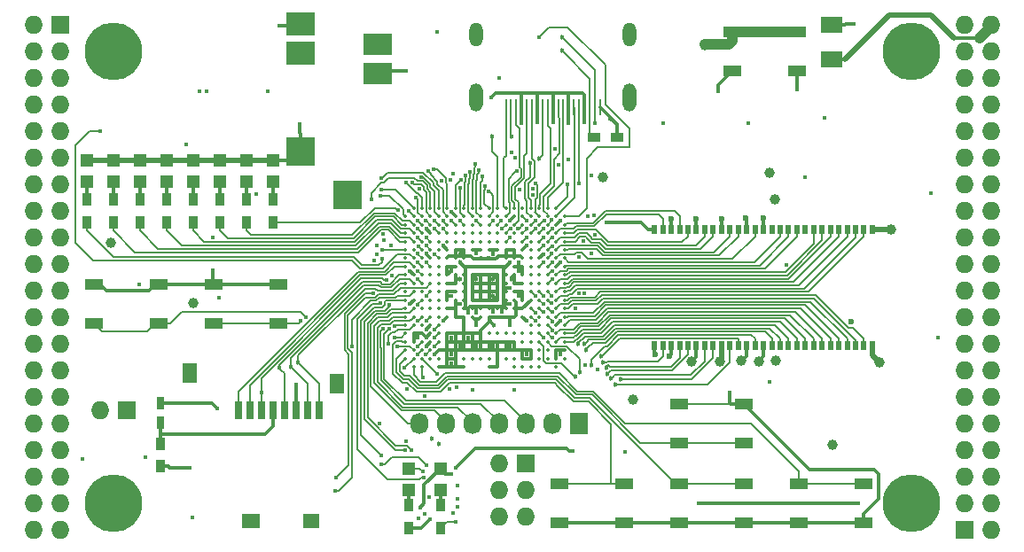
<source format=gtl>
G04 #@! TF.FileFunction,Copper,L1,Top,Signal*
%FSLAX46Y46*%
G04 Gerber Fmt 4.6, Leading zero omitted, Abs format (unit mm)*
G04 Created by KiCad (PCBNEW 4.0.5+dfsg1-4) date Thu May 18 23:29:37 2017*
%MOMM*%
%LPD*%
G01*
G04 APERTURE LIST*
%ADD10C,0.100000*%
%ADD11C,0.350000*%
%ADD12R,2.032000X1.524000*%
%ADD13R,0.700000X1.800000*%
%ADD14R,1.600000X1.400000*%
%ADD15R,1.800000X1.400000*%
%ADD16R,1.400000X1.900000*%
%ADD17R,1.800000X1.100000*%
%ADD18R,1.198880X1.198880*%
%ADD19R,2.800000X2.200000*%
%ADD20R,2.800000X2.800000*%
%ADD21R,2.800000X2.000000*%
%ADD22R,0.560000X0.900000*%
%ADD23O,1.300000X2.700000*%
%ADD24O,1.300000X2.300000*%
%ADD25R,0.250000X1.600000*%
%ADD26R,1.727200X1.727200*%
%ADD27O,1.727200X1.727200*%
%ADD28C,5.500000*%
%ADD29R,1.200000X0.900000*%
%ADD30R,1.727200X2.032000*%
%ADD31O,1.727200X2.032000*%
%ADD32R,0.900000X1.200000*%
%ADD33R,0.750000X1.200000*%
%ADD34C,0.400000*%
%ADD35C,0.600000*%
%ADD36C,1.000000*%
%ADD37C,0.454000*%
%ADD38C,0.300000*%
%ADD39C,0.500000*%
%ADD40C,1.000000*%
%ADD41C,0.190000*%
%ADD42C,0.200000*%
G04 APERTURE END LIST*
D10*
D11*
X131680000Y-80200000D03*
X132480000Y-80200000D03*
X133280000Y-80200000D03*
X134080000Y-80200000D03*
X134880000Y-80200000D03*
X135680000Y-80200000D03*
X136480000Y-80200000D03*
X137280000Y-80200000D03*
X138080000Y-80200000D03*
X138880000Y-80200000D03*
X139680000Y-80200000D03*
X140480000Y-80200000D03*
X141280000Y-80200000D03*
X142080000Y-80200000D03*
X142880000Y-80200000D03*
X143680000Y-80200000D03*
X144480000Y-80200000D03*
X145280000Y-80200000D03*
X130880000Y-81000000D03*
X131680000Y-81000000D03*
X132480000Y-81000000D03*
X133280000Y-81000000D03*
X134080000Y-81000000D03*
X134880000Y-81000000D03*
X135680000Y-81000000D03*
X136480000Y-81000000D03*
X137280000Y-81000000D03*
X138080000Y-81000000D03*
X138880000Y-81000000D03*
X139680000Y-81000000D03*
X140480000Y-81000000D03*
X141280000Y-81000000D03*
X142080000Y-81000000D03*
X142880000Y-81000000D03*
X143680000Y-81000000D03*
X144480000Y-81000000D03*
X145280000Y-81000000D03*
X146080000Y-81000000D03*
X130880000Y-81800000D03*
X131680000Y-81800000D03*
X132480000Y-81800000D03*
X133280000Y-81800000D03*
X134080000Y-81800000D03*
X134880000Y-81800000D03*
X135680000Y-81800000D03*
X136480000Y-81800000D03*
X137280000Y-81800000D03*
X138080000Y-81800000D03*
X138880000Y-81800000D03*
X139680000Y-81800000D03*
X140480000Y-81800000D03*
X141280000Y-81800000D03*
X142080000Y-81800000D03*
X142880000Y-81800000D03*
X143680000Y-81800000D03*
X144480000Y-81800000D03*
X145280000Y-81800000D03*
X146080000Y-81800000D03*
X130880000Y-82600000D03*
X131680000Y-82600000D03*
X132480000Y-82600000D03*
X133280000Y-82600000D03*
X134080000Y-82600000D03*
X134880000Y-82600000D03*
X135680000Y-82600000D03*
X136480000Y-82600000D03*
X137280000Y-82600000D03*
X138080000Y-82600000D03*
X138880000Y-82600000D03*
X139680000Y-82600000D03*
X140480000Y-82600000D03*
X141280000Y-82600000D03*
X142080000Y-82600000D03*
X142880000Y-82600000D03*
X143680000Y-82600000D03*
X144480000Y-82600000D03*
X145280000Y-82600000D03*
X146080000Y-82600000D03*
X130880000Y-83400000D03*
X131680000Y-83400000D03*
X132480000Y-83400000D03*
X133280000Y-83400000D03*
X134080000Y-83400000D03*
X134880000Y-83400000D03*
X135680000Y-83400000D03*
X136480000Y-83400000D03*
X137280000Y-83400000D03*
X138080000Y-83400000D03*
X138880000Y-83400000D03*
X139680000Y-83400000D03*
X140480000Y-83400000D03*
X141280000Y-83400000D03*
X142080000Y-83400000D03*
X142880000Y-83400000D03*
X143680000Y-83400000D03*
X144480000Y-83400000D03*
X145280000Y-83400000D03*
X146080000Y-83400000D03*
X130880000Y-84200000D03*
X131680000Y-84200000D03*
X132480000Y-84200000D03*
X133280000Y-84200000D03*
X134080000Y-84200000D03*
X134880000Y-84200000D03*
X135680000Y-84200000D03*
X136480000Y-84200000D03*
X137280000Y-84200000D03*
X138080000Y-84200000D03*
X138880000Y-84200000D03*
X139680000Y-84200000D03*
X140480000Y-84200000D03*
X141280000Y-84200000D03*
X142080000Y-84200000D03*
X142880000Y-84200000D03*
X143680000Y-84200000D03*
X144480000Y-84200000D03*
X145280000Y-84200000D03*
X146080000Y-84200000D03*
X130880000Y-85000000D03*
X131680000Y-85000000D03*
X132480000Y-85000000D03*
X133280000Y-85000000D03*
X134080000Y-85000000D03*
X134880000Y-85000000D03*
X135680000Y-85000000D03*
X136480000Y-85000000D03*
X137280000Y-85000000D03*
X138080000Y-85000000D03*
X138880000Y-85000000D03*
X139680000Y-85000000D03*
X140480000Y-85000000D03*
X141280000Y-85000000D03*
X142080000Y-85000000D03*
X142880000Y-85000000D03*
X143680000Y-85000000D03*
X144480000Y-85000000D03*
X145280000Y-85000000D03*
X146080000Y-85000000D03*
X130880000Y-85800000D03*
X131680000Y-85800000D03*
X132480000Y-85800000D03*
X133280000Y-85800000D03*
X134080000Y-85800000D03*
X134880000Y-85800000D03*
X135680000Y-85800000D03*
X136480000Y-85800000D03*
X137280000Y-85800000D03*
X138080000Y-85800000D03*
X138880000Y-85800000D03*
X139680000Y-85800000D03*
X140480000Y-85800000D03*
X141280000Y-85800000D03*
X142080000Y-85800000D03*
X142880000Y-85800000D03*
X143680000Y-85800000D03*
X144480000Y-85800000D03*
X145280000Y-85800000D03*
X146080000Y-85800000D03*
X130880000Y-86600000D03*
X131680000Y-86600000D03*
X132480000Y-86600000D03*
X133280000Y-86600000D03*
X134080000Y-86600000D03*
X134880000Y-86600000D03*
X135680000Y-86600000D03*
X136480000Y-86600000D03*
X137280000Y-86600000D03*
X138080000Y-86600000D03*
X138880000Y-86600000D03*
X139680000Y-86600000D03*
X140480000Y-86600000D03*
X141280000Y-86600000D03*
X142080000Y-86600000D03*
X142880000Y-86600000D03*
X143680000Y-86600000D03*
X144480000Y-86600000D03*
X145280000Y-86600000D03*
X146080000Y-86600000D03*
X130880000Y-87400000D03*
X131680000Y-87400000D03*
X132480000Y-87400000D03*
X133280000Y-87400000D03*
X134080000Y-87400000D03*
X134880000Y-87400000D03*
X135680000Y-87400000D03*
X136480000Y-87400000D03*
X137280000Y-87400000D03*
X138080000Y-87400000D03*
X138880000Y-87400000D03*
X139680000Y-87400000D03*
X140480000Y-87400000D03*
X141280000Y-87400000D03*
X142080000Y-87400000D03*
X142880000Y-87400000D03*
X143680000Y-87400000D03*
X144480000Y-87400000D03*
X145280000Y-87400000D03*
X146080000Y-87400000D03*
X130880000Y-88200000D03*
X131680000Y-88200000D03*
X132480000Y-88200000D03*
X133280000Y-88200000D03*
X134080000Y-88200000D03*
X134880000Y-88200000D03*
X135680000Y-88200000D03*
X136480000Y-88200000D03*
X137280000Y-88200000D03*
X138080000Y-88200000D03*
X138880000Y-88200000D03*
X139680000Y-88200000D03*
X140480000Y-88200000D03*
X141280000Y-88200000D03*
X142080000Y-88200000D03*
X142880000Y-88200000D03*
X143680000Y-88200000D03*
X144480000Y-88200000D03*
X145280000Y-88200000D03*
X146080000Y-88200000D03*
X130880000Y-89000000D03*
X131680000Y-89000000D03*
X132480000Y-89000000D03*
X133280000Y-89000000D03*
X134080000Y-89000000D03*
X134880000Y-89000000D03*
X135680000Y-89000000D03*
X136480000Y-89000000D03*
X137280000Y-89000000D03*
X138080000Y-89000000D03*
X138880000Y-89000000D03*
X139680000Y-89000000D03*
X140480000Y-89000000D03*
X141280000Y-89000000D03*
X142080000Y-89000000D03*
X142880000Y-89000000D03*
X143680000Y-89000000D03*
X144480000Y-89000000D03*
X145280000Y-89000000D03*
X146080000Y-89000000D03*
X130880000Y-89800000D03*
X131680000Y-89800000D03*
X132480000Y-89800000D03*
X133280000Y-89800000D03*
X134080000Y-89800000D03*
X134880000Y-89800000D03*
X135680000Y-89800000D03*
X136480000Y-89800000D03*
X137280000Y-89800000D03*
X138080000Y-89800000D03*
X138880000Y-89800000D03*
X139680000Y-89800000D03*
X140480000Y-89800000D03*
X141280000Y-89800000D03*
X142080000Y-89800000D03*
X142880000Y-89800000D03*
X143680000Y-89800000D03*
X144480000Y-89800000D03*
X145280000Y-89800000D03*
X146080000Y-89800000D03*
X130880000Y-90600000D03*
X131680000Y-90600000D03*
X132480000Y-90600000D03*
X133280000Y-90600000D03*
X134080000Y-90600000D03*
X134880000Y-90600000D03*
X135680000Y-90600000D03*
X136480000Y-90600000D03*
X137280000Y-90600000D03*
X138080000Y-90600000D03*
X138880000Y-90600000D03*
X139680000Y-90600000D03*
X140480000Y-90600000D03*
X141280000Y-90600000D03*
X142080000Y-90600000D03*
X142880000Y-90600000D03*
X143680000Y-90600000D03*
X144480000Y-90600000D03*
X145280000Y-90600000D03*
X146080000Y-90600000D03*
X130880000Y-91400000D03*
X131680000Y-91400000D03*
X132480000Y-91400000D03*
X133280000Y-91400000D03*
X134080000Y-91400000D03*
X142880000Y-91400000D03*
X143680000Y-91400000D03*
X144480000Y-91400000D03*
X145280000Y-91400000D03*
X146080000Y-91400000D03*
X130880000Y-92200000D03*
X131680000Y-92200000D03*
X132480000Y-92200000D03*
X133280000Y-92200000D03*
X134080000Y-92200000D03*
X134880000Y-92200000D03*
X135680000Y-92200000D03*
X136480000Y-92200000D03*
X137280000Y-92200000D03*
X138080000Y-92200000D03*
X138880000Y-92200000D03*
X139680000Y-92200000D03*
X140480000Y-92200000D03*
X141280000Y-92200000D03*
X142080000Y-92200000D03*
X142880000Y-92200000D03*
X143680000Y-92200000D03*
X144480000Y-92200000D03*
X145280000Y-92200000D03*
X146080000Y-92200000D03*
X130880000Y-93000000D03*
X131680000Y-93000000D03*
X132480000Y-93000000D03*
X133280000Y-93000000D03*
X134080000Y-93000000D03*
X134880000Y-93000000D03*
X135680000Y-93000000D03*
X136480000Y-93000000D03*
X137280000Y-93000000D03*
X138080000Y-93000000D03*
X138880000Y-93000000D03*
X139680000Y-93000000D03*
X140480000Y-93000000D03*
X141280000Y-93000000D03*
X142080000Y-93000000D03*
X142880000Y-93000000D03*
X143680000Y-93000000D03*
X144480000Y-93000000D03*
X145280000Y-93000000D03*
X146080000Y-93000000D03*
X130880000Y-93800000D03*
X131680000Y-93800000D03*
X132480000Y-93800000D03*
X133280000Y-93800000D03*
X134080000Y-93800000D03*
X134880000Y-93800000D03*
X135680000Y-93800000D03*
X136480000Y-93800000D03*
X137280000Y-93800000D03*
X138080000Y-93800000D03*
X138880000Y-93800000D03*
X139680000Y-93800000D03*
X140480000Y-93800000D03*
X141280000Y-93800000D03*
X142080000Y-93800000D03*
X142880000Y-93800000D03*
X143680000Y-93800000D03*
X144480000Y-93800000D03*
X145280000Y-93800000D03*
X146080000Y-93800000D03*
X130880000Y-94600000D03*
X131680000Y-94600000D03*
X132480000Y-94600000D03*
X133280000Y-94600000D03*
X134080000Y-94600000D03*
X134880000Y-94600000D03*
X135680000Y-94600000D03*
X136480000Y-94600000D03*
X137280000Y-94600000D03*
X138080000Y-94600000D03*
X138880000Y-94600000D03*
X139680000Y-94600000D03*
X140480000Y-94600000D03*
X141280000Y-94600000D03*
X142080000Y-94600000D03*
X142880000Y-94600000D03*
X143680000Y-94600000D03*
X144480000Y-94600000D03*
X145280000Y-94600000D03*
X146080000Y-94600000D03*
X131680000Y-95400000D03*
X132480000Y-95400000D03*
X134080000Y-95400000D03*
X134880000Y-95400000D03*
X135680000Y-95400000D03*
X136480000Y-95400000D03*
X138880000Y-95400000D03*
X139680000Y-95400000D03*
X141280000Y-95400000D03*
X142080000Y-95400000D03*
X142880000Y-95400000D03*
X143680000Y-95400000D03*
X145280000Y-95400000D03*
D12*
X171570000Y-65992000D03*
X171570000Y-62690000D03*
D13*
X114930000Y-99520000D03*
X116030000Y-99520000D03*
X117130000Y-99520000D03*
X118230000Y-99520000D03*
X119330000Y-99520000D03*
X120430000Y-99520000D03*
X121530000Y-99520000D03*
X122630000Y-99520000D03*
D14*
X121920000Y-110120000D03*
D15*
X116120000Y-110120000D03*
D16*
X124320000Y-96970000D03*
X110270000Y-95970000D03*
D17*
X101160000Y-87510000D03*
X107360000Y-87510000D03*
X101160000Y-91210000D03*
X107360000Y-91210000D03*
X112590000Y-87510000D03*
X118790000Y-87510000D03*
X112590000Y-91210000D03*
X118790000Y-91210000D03*
X157040000Y-98940000D03*
X163240000Y-98940000D03*
X157040000Y-102640000D03*
X163240000Y-102640000D03*
X163240000Y-110260000D03*
X157040000Y-110260000D03*
X163240000Y-106560000D03*
X157040000Y-106560000D03*
X151810000Y-110260000D03*
X145610000Y-110260000D03*
X151810000Y-106560000D03*
X145610000Y-106560000D03*
X174670000Y-110260000D03*
X168470000Y-110260000D03*
X174670000Y-106560000D03*
X168470000Y-106560000D03*
D18*
X118230000Y-77709020D03*
X118230000Y-75610980D03*
X115690000Y-77709020D03*
X115690000Y-75610980D03*
X113150000Y-77709020D03*
X113150000Y-75610980D03*
X110610000Y-77709020D03*
X110610000Y-75610980D03*
X108070000Y-77709020D03*
X108070000Y-75610980D03*
X105530000Y-77709020D03*
X105530000Y-75610980D03*
X102990000Y-77709020D03*
X102990000Y-75610980D03*
X100450000Y-77709020D03*
X100450000Y-75610980D03*
D19*
X120880000Y-62640000D03*
X120880000Y-65440000D03*
D20*
X120880000Y-74840000D03*
X125330000Y-78940000D03*
D21*
X128280000Y-67340000D03*
X128280000Y-64540000D03*
D22*
X175480000Y-82270000D03*
X154680000Y-93330000D03*
X155480000Y-93330000D03*
X156280000Y-93330000D03*
X157080000Y-93330000D03*
X157880000Y-93330000D03*
X158680000Y-93330000D03*
X159480000Y-93330000D03*
X160280000Y-93330000D03*
X161080000Y-93330000D03*
X161880000Y-93330000D03*
X162680000Y-93330000D03*
X163480000Y-93330000D03*
X164280000Y-93330000D03*
X165080000Y-93330000D03*
X165880000Y-93330000D03*
X166680000Y-93330000D03*
X167480000Y-93330000D03*
X168280000Y-93330000D03*
X169080000Y-93330000D03*
X169880000Y-93330000D03*
X170680000Y-93330000D03*
X171480000Y-93330000D03*
X172280000Y-93330000D03*
X173080000Y-93330000D03*
X173880000Y-93330000D03*
X174680000Y-93330000D03*
X175480000Y-93330000D03*
X174680000Y-82270000D03*
X173880000Y-82270000D03*
X173080000Y-82270000D03*
X172280000Y-82270000D03*
X171480000Y-82270000D03*
X170680000Y-82270000D03*
X169880000Y-82270000D03*
X169080000Y-82270000D03*
X168280000Y-82270000D03*
X167480000Y-82270000D03*
X166680000Y-82270000D03*
X165880000Y-82270000D03*
X165080000Y-82270000D03*
X164280000Y-82270000D03*
X163480000Y-82270000D03*
X162680000Y-82270000D03*
X161880000Y-82270000D03*
X161080000Y-82270000D03*
X160280000Y-82270000D03*
X159480000Y-82270000D03*
X158680000Y-82270000D03*
X157880000Y-82270000D03*
X157080000Y-82270000D03*
X156280000Y-82270000D03*
X155480000Y-82270000D03*
X154680000Y-82270000D03*
D23*
X152280000Y-69650000D03*
X137680000Y-69650000D03*
D24*
X137680000Y-63600000D03*
D25*
X140480000Y-70600000D03*
X140980000Y-70600000D03*
X141480000Y-70600000D03*
X141980000Y-70600000D03*
X142480000Y-70600000D03*
X142980000Y-70600000D03*
X143480000Y-70600000D03*
X143980000Y-70600000D03*
X144480000Y-70600000D03*
X144980000Y-70600000D03*
X145480000Y-70600000D03*
X145980000Y-70600000D03*
X146480000Y-70600000D03*
X146980000Y-70600000D03*
X147480000Y-70600000D03*
X147980000Y-70600000D03*
X148480000Y-70600000D03*
X148980000Y-70600000D03*
X149480000Y-70600000D03*
D24*
X152280000Y-63600000D03*
D26*
X97910000Y-62690000D03*
D27*
X95370000Y-62690000D03*
X97910000Y-65230000D03*
X95370000Y-65230000D03*
X97910000Y-67770000D03*
X95370000Y-67770000D03*
X97910000Y-70310000D03*
X95370000Y-70310000D03*
X97910000Y-72850000D03*
X95370000Y-72850000D03*
X97910000Y-75390000D03*
X95370000Y-75390000D03*
X97910000Y-77930000D03*
X95370000Y-77930000D03*
X97910000Y-80470000D03*
X95370000Y-80470000D03*
X97910000Y-83010000D03*
X95370000Y-83010000D03*
X97910000Y-85550000D03*
X95370000Y-85550000D03*
X97910000Y-88090000D03*
X95370000Y-88090000D03*
X97910000Y-90630000D03*
X95370000Y-90630000D03*
X97910000Y-93170000D03*
X95370000Y-93170000D03*
X97910000Y-95710000D03*
X95370000Y-95710000D03*
X97910000Y-98250000D03*
X95370000Y-98250000D03*
X97910000Y-100790000D03*
X95370000Y-100790000D03*
X97910000Y-103330000D03*
X95370000Y-103330000D03*
X97910000Y-105870000D03*
X95370000Y-105870000D03*
X97910000Y-108410000D03*
X95370000Y-108410000D03*
X97910000Y-110950000D03*
X95370000Y-110950000D03*
D26*
X184270000Y-110950000D03*
D27*
X186810000Y-110950000D03*
X184270000Y-108410000D03*
X186810000Y-108410000D03*
X184270000Y-105870000D03*
X186810000Y-105870000D03*
X184270000Y-103330000D03*
X186810000Y-103330000D03*
X184270000Y-100790000D03*
X186810000Y-100790000D03*
X184270000Y-98250000D03*
X186810000Y-98250000D03*
X184270000Y-95710000D03*
X186810000Y-95710000D03*
X184270000Y-93170000D03*
X186810000Y-93170000D03*
X184270000Y-90630000D03*
X186810000Y-90630000D03*
X184270000Y-88090000D03*
X186810000Y-88090000D03*
X184270000Y-85550000D03*
X186810000Y-85550000D03*
X184270000Y-83010000D03*
X186810000Y-83010000D03*
X184270000Y-80470000D03*
X186810000Y-80470000D03*
X184270000Y-77930000D03*
X186810000Y-77930000D03*
X184270000Y-75390000D03*
X186810000Y-75390000D03*
X184270000Y-72850000D03*
X186810000Y-72850000D03*
X184270000Y-70310000D03*
X186810000Y-70310000D03*
X184270000Y-67770000D03*
X186810000Y-67770000D03*
X184270000Y-65230000D03*
X186810000Y-65230000D03*
X184270000Y-62690000D03*
X186810000Y-62690000D03*
D28*
X102990000Y-108410000D03*
X179190000Y-108410000D03*
X179190000Y-65230000D03*
X102990000Y-65230000D03*
D17*
X168320000Y-67080000D03*
X162120000Y-67080000D03*
X168320000Y-63380000D03*
X162120000Y-63380000D03*
D29*
X151080000Y-73485000D03*
X148880000Y-73485000D03*
D26*
X104260000Y-99520000D03*
D27*
X101720000Y-99520000D03*
D30*
X147440000Y-100790000D03*
D31*
X144900000Y-100790000D03*
X142360000Y-100790000D03*
X139820000Y-100790000D03*
X137280000Y-100790000D03*
X134740000Y-100790000D03*
X132200000Y-100790000D03*
D18*
X131184000Y-105074980D03*
X131184000Y-107173020D03*
X134232000Y-107173020D03*
X134232000Y-105074980D03*
D32*
X131184000Y-108580000D03*
X131184000Y-110780000D03*
X134232000Y-110780000D03*
X134232000Y-108580000D03*
D33*
X107480000Y-100750000D03*
X107480000Y-98850000D03*
D32*
X107480000Y-102700000D03*
X107480000Y-104900000D03*
D26*
X142360000Y-104600000D03*
D27*
X139820000Y-104600000D03*
X142360000Y-107140000D03*
X139820000Y-107140000D03*
X142360000Y-109680000D03*
X139820000Y-109680000D03*
D32*
X118230000Y-81570000D03*
X118230000Y-79370000D03*
X115690000Y-81570000D03*
X115690000Y-79370000D03*
X113150000Y-81570000D03*
X113150000Y-79370000D03*
X110610000Y-81570000D03*
X110610000Y-79370000D03*
X108070000Y-81570000D03*
X108070000Y-79370000D03*
X105530000Y-81570000D03*
X105530000Y-79370000D03*
X102990000Y-81570000D03*
X102990000Y-79370000D03*
X100450000Y-81570000D03*
X100450000Y-79370000D03*
D34*
X120770000Y-72215000D03*
X133216000Y-109934000D03*
D35*
X161067993Y-81216119D03*
X165056614Y-81112829D03*
D36*
X177293185Y-82218075D03*
X158233687Y-94852616D03*
X162992748Y-94820185D03*
D34*
X147987361Y-72048054D03*
X146472205Y-72119437D03*
X144995724Y-72043543D03*
X143485784Y-72030166D03*
X141993027Y-72056172D03*
D35*
X156280000Y-81210838D03*
D34*
X167276175Y-85638646D03*
X112935911Y-99344089D03*
X131254529Y-86251357D03*
D36*
X159480000Y-64600000D03*
D34*
X140880000Y-81400000D03*
X136085174Y-89394826D03*
X145680000Y-91000000D03*
X135280000Y-80600000D03*
X145680000Y-81400000D03*
X139080000Y-69600000D03*
X120430000Y-97050000D03*
X150080000Y-81600000D03*
X131280000Y-89400000D03*
X133690245Y-94180159D03*
D37*
X139312644Y-91359700D03*
D34*
X140874194Y-91433353D03*
X145680000Y-85422010D03*
X132880424Y-84565132D03*
X144080000Y-84600000D03*
X145680000Y-94200000D03*
X135280000Y-95000000D03*
X135280000Y-94200000D03*
X142480000Y-94200000D03*
X140880000Y-93400000D03*
X139280000Y-93400000D03*
X137680000Y-93400000D03*
X136080000Y-93400000D03*
X136880000Y-92600000D03*
X135280000Y-92600000D03*
X132880000Y-91800000D03*
X132880000Y-93400000D03*
X132880000Y-82200000D03*
D37*
X141042859Y-86994997D03*
X139280000Y-87000000D03*
X136110990Y-86995403D03*
X139280000Y-88600000D03*
X137680000Y-87000000D03*
X136080000Y-84600000D03*
D34*
X133157010Y-107839890D03*
D36*
X166193920Y-79388894D03*
X165656988Y-76826063D03*
X102731849Y-83486234D03*
X171691460Y-102804953D03*
D34*
X150457224Y-71672365D03*
X173680000Y-62600000D03*
D36*
X166280000Y-94800000D03*
D34*
X116638639Y-78850286D03*
X109950000Y-74120000D03*
D35*
X163422030Y-81120665D03*
X173423383Y-91076878D03*
D36*
X176134461Y-94945539D03*
D35*
X154726292Y-94171363D03*
X156077107Y-94380779D03*
D36*
X160908408Y-94850523D03*
D35*
X158680000Y-81210838D03*
D34*
X170935000Y-71580000D03*
X181730000Y-92550000D03*
X112515000Y-83010000D03*
X165680000Y-96800000D03*
X133880000Y-63400000D03*
X148639876Y-77124934D03*
X181065000Y-78785000D03*
X128441330Y-100795881D03*
X110529662Y-109760338D03*
X110280000Y-105000000D03*
X100080000Y-104200000D03*
X113080000Y-88800000D03*
X139820000Y-67770000D03*
D36*
X164653770Y-94825547D03*
X149710735Y-77289735D03*
D34*
X137665894Y-91402446D03*
X135273306Y-88618602D03*
X139272517Y-84611349D03*
X137680556Y-84534085D03*
X141680000Y-86200000D03*
X135280000Y-86200000D03*
X132880000Y-92600000D03*
X132080000Y-92600000D03*
X141680000Y-88600000D03*
X141680000Y-85400000D03*
D36*
X152621047Y-98519969D03*
D34*
X136885174Y-90194826D03*
X140094890Y-90122990D03*
X139280000Y-90122990D03*
X140880000Y-89400000D03*
X137680000Y-90172990D03*
X140880000Y-87800000D03*
X140880000Y-85400000D03*
D37*
X136080000Y-85400000D03*
D34*
X129842442Y-91487871D03*
X121408624Y-90632457D03*
X129838418Y-92539772D03*
X120880000Y-91000000D03*
D36*
X110617371Y-89287199D03*
D34*
X142480000Y-91000000D03*
X142480000Y-83800000D03*
X134480000Y-83800000D03*
X134480000Y-91000000D03*
X105462439Y-87482966D03*
X155480000Y-72078965D03*
X117749531Y-69040000D03*
X174110000Y-108410000D03*
X158870000Y-108410000D03*
X135884156Y-106696010D03*
X137288700Y-97538741D03*
X133680000Y-91800000D03*
D37*
X134074414Y-102752225D03*
D34*
X135085458Y-97531790D03*
X135855186Y-108022639D03*
D37*
X133449289Y-102232615D03*
D34*
X133680000Y-92600000D03*
X132752670Y-98178920D03*
X128610113Y-104714568D03*
X132918584Y-104800000D03*
X135853254Y-108792386D03*
X133685668Y-93402482D03*
X130914528Y-102469652D03*
X131039363Y-97487286D03*
X135471949Y-109365878D03*
X132846234Y-94197073D03*
X118810854Y-62760893D03*
X130927442Y-67119621D03*
D37*
X145851858Y-65189228D03*
D34*
X148991194Y-72093683D03*
D37*
X145873729Y-63920849D03*
D34*
X143680000Y-63900000D03*
X140035989Y-81400000D03*
X129095296Y-87048250D03*
X132077895Y-86214963D03*
X117121665Y-97817265D03*
X118843798Y-95498222D03*
D37*
X119978162Y-95412951D03*
X120634035Y-94977604D03*
D34*
X168319170Y-68882010D03*
X160775000Y-69040000D03*
X147480000Y-77822010D03*
X146387166Y-77918991D03*
X131453853Y-103296209D03*
D37*
X148653935Y-95239949D03*
D34*
X144885216Y-91021238D03*
D37*
X149619858Y-94378867D03*
D34*
X144885689Y-90132858D03*
D37*
X150895161Y-97104924D03*
D34*
X144890381Y-83866022D03*
D37*
X151426924Y-96584651D03*
D34*
X144894101Y-83022010D03*
D37*
X150518912Y-96497510D03*
D34*
X144901285Y-86268736D03*
D37*
X150197861Y-96013257D03*
D34*
X144888562Y-86993817D03*
D37*
X150072035Y-95446034D03*
D34*
X144877648Y-88622010D03*
D37*
X149779241Y-94944191D03*
D34*
X144869421Y-89288847D03*
D37*
X148110244Y-93760618D03*
D34*
X144882782Y-91877646D03*
D37*
X147402091Y-93209005D03*
D34*
X144080000Y-92600000D03*
D37*
X147982902Y-93193733D03*
D34*
X144882352Y-92577990D03*
X130807074Y-95454141D03*
X130124012Y-93413277D03*
X132080000Y-93400000D03*
X129279152Y-93216670D03*
X133919980Y-96038729D03*
X141280000Y-97600000D03*
X132572818Y-96383863D03*
X135770000Y-97338127D03*
X132080000Y-94200000D03*
X128645750Y-84222251D03*
X106080000Y-104000000D03*
X129334585Y-89482640D03*
X132080000Y-89444020D03*
X130839486Y-103354982D03*
X128602801Y-103872537D03*
X132656192Y-105976192D03*
X128490573Y-89279880D03*
X132880000Y-88600000D03*
X127816438Y-88312067D03*
X124253981Y-105982535D03*
X132080000Y-87000000D03*
X125827283Y-93452662D03*
X124202418Y-107207639D03*
D37*
X139185419Y-73378045D03*
X141029139Y-73391006D03*
X143625670Y-75521246D03*
X142775852Y-75939146D03*
D34*
X132150284Y-109889120D03*
X111880000Y-69040000D03*
X132748035Y-109420684D03*
X111230000Y-69025000D03*
X135158117Y-77502884D03*
X135274882Y-81390604D03*
X134546021Y-81390604D03*
X133091535Y-76687359D03*
X133595078Y-76531839D03*
X128595255Y-77377807D03*
X127643658Y-79355564D03*
X128515897Y-78994176D03*
X128569727Y-78469921D03*
X131565025Y-77790995D03*
X132210454Y-78375833D03*
X132857990Y-81390526D03*
X128759841Y-82710093D03*
X132084821Y-82977990D03*
X128861437Y-83258636D03*
X132886504Y-83777990D03*
X129500613Y-83777990D03*
X132117443Y-83866021D03*
X128148484Y-83767060D03*
X132079996Y-84503337D03*
X128123478Y-84637835D03*
X133671942Y-84595200D03*
X127946860Y-85226552D03*
X132875802Y-85421990D03*
D37*
X147140083Y-96339917D03*
X147534467Y-95913260D03*
D34*
X148074116Y-95229326D03*
X143280000Y-91000000D03*
X149207706Y-95605291D03*
X144082424Y-90132858D03*
X147125926Y-89802879D03*
X144035793Y-89397606D03*
X143281824Y-90201951D03*
X144080517Y-85397219D03*
X147422472Y-84858593D03*
X144886544Y-85385186D03*
X148975652Y-82755341D03*
X144080000Y-83000000D03*
X144885092Y-82177990D03*
X147470668Y-88324835D03*
X144082832Y-88584510D03*
X147997681Y-88324844D03*
X143278026Y-88595030D03*
X148935852Y-80899014D03*
X144076901Y-82186448D03*
X148337768Y-80975785D03*
X144866392Y-81333979D03*
X139280000Y-81400000D03*
X138857381Y-78600803D03*
X138474753Y-78117762D03*
X138223359Y-77164182D03*
X137589337Y-75974186D03*
X137906348Y-76577236D03*
X137680000Y-81400000D03*
X137023753Y-76742518D03*
X136645199Y-77109176D03*
X136170384Y-77530992D03*
X136102010Y-78268593D03*
X135473781Y-76949230D03*
X136080000Y-81400000D03*
X148668800Y-84550385D03*
X144877691Y-84532933D03*
X147894174Y-83335809D03*
X144080000Y-83800000D03*
X143020312Y-78979262D03*
X142473549Y-82998913D03*
X143087229Y-78375187D03*
X142457990Y-82191394D03*
X145494012Y-76055333D03*
X144146021Y-81374784D03*
X143323210Y-77837480D03*
X146456648Y-75528334D03*
X143302010Y-82194992D03*
X143302010Y-81381735D03*
X145172870Y-74577299D03*
X141820108Y-78446944D03*
X141657990Y-82130345D03*
X142457990Y-81382236D03*
X140080000Y-82200000D03*
X141499915Y-76647924D03*
X141046643Y-74873804D03*
X140864029Y-83041403D03*
X140924011Y-82179283D03*
X141329877Y-75415642D03*
X129599528Y-86644074D03*
X132880000Y-83000000D03*
X132080000Y-82177990D03*
X132080000Y-81400000D03*
X131880000Y-79200000D03*
X130919839Y-77742623D03*
X132397609Y-77214811D03*
X133680000Y-82200000D03*
X133702010Y-81400000D03*
X129306502Y-91735782D03*
X132880000Y-91000000D03*
X128743234Y-91729555D03*
X132077648Y-90977990D03*
X130173445Y-80398223D03*
X131180000Y-80500000D03*
X128664038Y-85066262D03*
X132079620Y-85370951D03*
X163632576Y-72096470D03*
X134314106Y-77564232D03*
X134480000Y-82200000D03*
X135680000Y-110200000D03*
X146844288Y-103452739D03*
X132540000Y-105400000D03*
X135680000Y-105037990D03*
X132280000Y-108800000D03*
X135248000Y-105616000D03*
X101772749Y-72884655D03*
X112515000Y-86185000D03*
X161880000Y-97800000D03*
X151896383Y-103510715D03*
X169030000Y-77295000D03*
D38*
X120770000Y-73030000D02*
X120770000Y-72215000D01*
X120880000Y-74840000D02*
X120880000Y-73140000D01*
X120880000Y-73140000D02*
X120770000Y-73030000D01*
X118230000Y-75610980D02*
X120109020Y-75610980D01*
X120109020Y-75610980D02*
X120880000Y-74840000D01*
X131184000Y-110780000D02*
X132368460Y-110780000D01*
X132368460Y-110780000D02*
X133214460Y-109934000D01*
X133214460Y-109934000D02*
X133216000Y-109934000D01*
X142280000Y-69200000D02*
X141880000Y-69200000D01*
X141980000Y-69300000D02*
X141880000Y-69200000D01*
X141880000Y-69200000D02*
X139480000Y-69200000D01*
X141980000Y-70600000D02*
X141980000Y-69300000D01*
X161080000Y-81228126D02*
X161067993Y-81216119D01*
X161080000Y-82270000D02*
X161080000Y-81228126D01*
X165080000Y-81136215D02*
X165056614Y-81112829D01*
X165080000Y-82270000D02*
X165080000Y-81136215D01*
X177241260Y-82270000D02*
X177293185Y-82218075D01*
D39*
X175480000Y-82270000D02*
X177241260Y-82270000D01*
D38*
X158680000Y-94406303D02*
X158433686Y-94652617D01*
X158433686Y-94652617D02*
X158233687Y-94852616D01*
X158680000Y-93330000D02*
X158680000Y-94406303D01*
X163192747Y-94620186D02*
X162992748Y-94820185D01*
X163480000Y-94332933D02*
X163192747Y-94620186D01*
X163480000Y-93330000D02*
X163480000Y-94332933D01*
X147980000Y-72040693D02*
X147987361Y-72048054D01*
X147980000Y-70600000D02*
X147980000Y-72040693D01*
X146480000Y-72111642D02*
X146472205Y-72119437D01*
X146480000Y-70600000D02*
X146480000Y-72111642D01*
X144980000Y-72027819D02*
X144995724Y-72043543D01*
X144980000Y-70600000D02*
X144980000Y-72027819D01*
X143480000Y-72024382D02*
X143485784Y-72030166D01*
X143480000Y-70600000D02*
X143480000Y-72024382D01*
X141980000Y-72043145D02*
X141993027Y-72056172D01*
X141980000Y-70600000D02*
X141980000Y-72043145D01*
X156280000Y-82270000D02*
X156280000Y-81210838D01*
X112735912Y-99144090D02*
X112935911Y-99344089D01*
X107480000Y-98850000D02*
X112441822Y-98850000D01*
X112441822Y-98850000D02*
X112735912Y-99144090D01*
X131331357Y-86251357D02*
X131254529Y-86251357D01*
X131680000Y-86600000D02*
X131331357Y-86251357D01*
D40*
X168320000Y-63380000D02*
X162120000Y-63380000D01*
X162120000Y-63380000D02*
X162120000Y-64230000D01*
X162120000Y-64230000D02*
X161755000Y-64595000D01*
X161755000Y-64595000D02*
X159485000Y-64595000D01*
D38*
X159485000Y-64595000D02*
X159480000Y-64600000D01*
X141280000Y-81000000D02*
X140880000Y-81400000D01*
X135685174Y-89394826D02*
X135802332Y-89394826D01*
X135680000Y-89400000D02*
X135685174Y-89394826D01*
X135802332Y-89394826D02*
X136085174Y-89394826D01*
X145454999Y-91225001D02*
X145680000Y-91000000D01*
X145280000Y-91400000D02*
X145454999Y-91225001D01*
X135680000Y-81000000D02*
X135280000Y-80600000D01*
X135054999Y-84825001D02*
X137080000Y-84825001D01*
X137280000Y-85000000D02*
X137105001Y-84825001D01*
X137105001Y-84825001D02*
X137080000Y-84825001D01*
X138280000Y-85088351D02*
X137368351Y-85088351D01*
X137368351Y-85088351D02*
X137280000Y-85000000D01*
X139680000Y-86600000D02*
X139280000Y-87000000D01*
X139680000Y-88200000D02*
X139680000Y-89000000D01*
X139680000Y-87400000D02*
X139680000Y-88200000D01*
X139680000Y-86600000D02*
X139680000Y-87400000D01*
X137280000Y-88200000D02*
X137280000Y-89000000D01*
X137280000Y-87400000D02*
X137280000Y-88200000D01*
X137280000Y-86600000D02*
X137280000Y-87400000D01*
X138880000Y-87400000D02*
X138880000Y-88200000D01*
X138880000Y-86600000D02*
X138880000Y-87400000D01*
X138080000Y-87400000D02*
X138080000Y-86600000D01*
X138080000Y-88200000D02*
X138080000Y-87400000D01*
X138080000Y-89000000D02*
X138080000Y-88200000D01*
X138080000Y-88200000D02*
X138880000Y-88200000D01*
X138080000Y-87400000D02*
X138880000Y-87400000D01*
X137280000Y-87400000D02*
X138080000Y-87400000D01*
X145454999Y-81625001D02*
X145680000Y-81400000D01*
X145280000Y-81800000D02*
X145454999Y-81625001D01*
X139480000Y-69200000D02*
X139080000Y-69600000D01*
X120430000Y-99520000D02*
X120430000Y-97050000D01*
X153430000Y-81600000D02*
X150080000Y-81600000D01*
X154680000Y-82270000D02*
X154100000Y-82270000D01*
X154100000Y-82270000D02*
X153430000Y-81600000D01*
X141480000Y-89800000D02*
X141480000Y-89200000D01*
X141480000Y-89200000D02*
X141280000Y-89000000D01*
X141280000Y-89800000D02*
X141480000Y-89800000D01*
X141480000Y-89800000D02*
X142080000Y-89800000D01*
X141454999Y-90425001D02*
X141454999Y-89825001D01*
X141454999Y-89825001D02*
X141480000Y-89800000D01*
X131680000Y-89000000D02*
X131280000Y-89400000D01*
X133699841Y-94180159D02*
X133690245Y-94180159D01*
X134080000Y-93800000D02*
X133699841Y-94180159D01*
X139085645Y-91132701D02*
X139312644Y-91359700D01*
X138880000Y-90927056D02*
X139085645Y-91132701D01*
X138880000Y-90600000D02*
X138880000Y-90927056D01*
X140874194Y-90605806D02*
X140874194Y-91150511D01*
X140880000Y-90600000D02*
X140874194Y-90605806D01*
X140874194Y-91150511D02*
X140874194Y-91433353D01*
X140480000Y-90600000D02*
X140880000Y-90600000D01*
X140880000Y-90600000D02*
X141280000Y-90600000D01*
X139680000Y-90600000D02*
X140480000Y-90600000D01*
X138880000Y-90600000D02*
X139680000Y-90600000D01*
X145280000Y-85800000D02*
X145657990Y-85422010D01*
X145657990Y-85422010D02*
X145680000Y-85422010D01*
X133280000Y-85000000D02*
X132880424Y-84600424D01*
X132880424Y-84600424D02*
X132880424Y-84565132D01*
X141280000Y-85000000D02*
X141280000Y-84800000D01*
X141280000Y-84200000D02*
X141280000Y-85000000D01*
X140480000Y-84200000D02*
X141280000Y-84200000D01*
X141280000Y-84800000D02*
X141280000Y-84200000D01*
X141905001Y-84825001D02*
X141305001Y-84825001D01*
X141305001Y-84825001D02*
X141280000Y-84800000D01*
X140480000Y-85000000D02*
X140480000Y-84200000D01*
X139680000Y-85000000D02*
X139680000Y-84898347D01*
X139680000Y-84898347D02*
X139753346Y-84825001D01*
X138280000Y-85088351D02*
X138680000Y-85088351D01*
X138280000Y-85088351D02*
X139489996Y-85088351D01*
X138080000Y-85000000D02*
X138191649Y-85000000D01*
X138191649Y-85000000D02*
X138280000Y-85088351D01*
X138880000Y-85000000D02*
X138768351Y-85000000D01*
X138768351Y-85000000D02*
X138680000Y-85088351D01*
X135680000Y-84200000D02*
X135680000Y-84800000D01*
X135680000Y-84800000D02*
X135680000Y-85000000D01*
X135054999Y-84825001D02*
X135654999Y-84825001D01*
X135654999Y-84825001D02*
X135680000Y-84800000D01*
X136480000Y-85000000D02*
X136480000Y-84200000D01*
X134880000Y-85000000D02*
X135054999Y-84825001D01*
X138880000Y-87400000D02*
X139680000Y-87400000D01*
X138880000Y-88200000D02*
X138880000Y-89000000D01*
X138880000Y-88200000D02*
X139680000Y-88200000D01*
X137280000Y-88200000D02*
X138080000Y-88200000D01*
X141280000Y-90600000D02*
X141454999Y-90425001D01*
X142280000Y-69200000D02*
X143480000Y-69200000D01*
X143480000Y-69200000D02*
X144980000Y-69200000D01*
X143480000Y-70600000D02*
X143480000Y-69200000D01*
X144980000Y-69200000D02*
X146480000Y-69200000D01*
X144980000Y-70600000D02*
X144980000Y-69200000D01*
X146480000Y-69200000D02*
X147780000Y-69200000D01*
X146480000Y-70600000D02*
X146480000Y-69200000D01*
X147980000Y-69400000D02*
X147980000Y-70600000D01*
X147780000Y-69200000D02*
X147980000Y-69400000D01*
D39*
X115690000Y-75610980D02*
X118230000Y-75610980D01*
X113150000Y-75610980D02*
X115690000Y-75610980D01*
X110610000Y-75610980D02*
X113150000Y-75610980D01*
X108070000Y-75610980D02*
X110610000Y-75610980D01*
X105530000Y-75610980D02*
X108070000Y-75610980D01*
X102990000Y-75610980D02*
X105530000Y-75610980D01*
X100450000Y-75610980D02*
X102990000Y-75610980D01*
D38*
X143680000Y-85000000D02*
X144080000Y-84600000D01*
X142080000Y-89800000D02*
X142880000Y-89000000D01*
X145680000Y-93800000D02*
X145280000Y-93800000D01*
X146080000Y-93800000D02*
X145680000Y-93800000D01*
X145680000Y-93800000D02*
X145680000Y-94200000D01*
X135680000Y-89400000D02*
X135680000Y-89800000D01*
X135680000Y-89000000D02*
X135680000Y-89400000D01*
X135280000Y-95400000D02*
X135680000Y-95400000D01*
X134880000Y-95400000D02*
X135280000Y-95400000D01*
X135280000Y-95400000D02*
X135280000Y-95000000D01*
X135280000Y-93800000D02*
X135680000Y-93800000D01*
X134880000Y-93800000D02*
X135280000Y-93800000D01*
X135280000Y-93800000D02*
X135280000Y-94200000D01*
X142480000Y-93800000D02*
X142080000Y-93800000D01*
X142880000Y-93800000D02*
X142480000Y-93800000D01*
X142480000Y-93800000D02*
X142480000Y-94200000D01*
X140880000Y-93000000D02*
X141280000Y-93000000D01*
X140480000Y-93000000D02*
X140880000Y-93000000D01*
X140880000Y-93000000D02*
X140880000Y-93400000D01*
X139280000Y-93000000D02*
X138880000Y-93000000D01*
X139680000Y-93000000D02*
X139280000Y-93000000D01*
X139280000Y-93000000D02*
X139280000Y-93400000D01*
X137680000Y-93000000D02*
X137280000Y-93000000D01*
X137680000Y-93000000D02*
X137680000Y-93400000D01*
X138080000Y-93000000D02*
X137680000Y-93000000D01*
X136080000Y-93000000D02*
X135680000Y-93000000D01*
X136480000Y-93000000D02*
X136080000Y-93000000D01*
X136080000Y-93000000D02*
X136080000Y-93400000D01*
X136880000Y-93000000D02*
X136480000Y-93000000D01*
X137280000Y-93000000D02*
X136880000Y-93000000D01*
X136880000Y-93000000D02*
X136880000Y-92600000D01*
X135280000Y-93000000D02*
X135680000Y-93000000D01*
X134880000Y-93000000D02*
X135280000Y-93000000D01*
X135280000Y-93000000D02*
X135280000Y-92600000D01*
X133280000Y-91400000D02*
X132880000Y-91800000D01*
X133280000Y-93000000D02*
X132880000Y-93400000D01*
X133280000Y-82600000D02*
X132880000Y-82200000D01*
X139753346Y-84825001D02*
X141905001Y-84825001D01*
X139489996Y-85088351D02*
X139753346Y-84825001D01*
X141905001Y-84825001D02*
X142080000Y-85000000D01*
X141042859Y-86837141D02*
X141042859Y-86994997D01*
X141280000Y-86600000D02*
X141042859Y-86837141D01*
X135684597Y-86995403D02*
X135789964Y-86995403D01*
X135680000Y-87000000D02*
X135684597Y-86995403D01*
X135789964Y-86995403D02*
X136110990Y-86995403D01*
X135680000Y-87000000D02*
X135680000Y-86600000D01*
X135680000Y-87400000D02*
X135680000Y-87000000D01*
X138880000Y-90600000D02*
X138880000Y-91091880D01*
X138880000Y-91091880D02*
X138080000Y-91891880D01*
X138080000Y-91891880D02*
X138080000Y-92200000D01*
X136480000Y-90600000D02*
X136480000Y-92200000D01*
X139680000Y-89000000D02*
X139280000Y-88600000D01*
X137280000Y-86600000D02*
X137680000Y-87000000D01*
X136480000Y-84200000D02*
X136080000Y-84600000D01*
X141280000Y-86600000D02*
X141280000Y-87400000D01*
X142080000Y-87400000D02*
X141280000Y-87400000D01*
X135680000Y-84200000D02*
X136480000Y-84200000D01*
X134880000Y-87400000D02*
X135680000Y-87400000D01*
X138880000Y-86600000D02*
X139680000Y-86600000D01*
X138080000Y-86600000D02*
X138880000Y-86600000D01*
X137280000Y-86600000D02*
X138080000Y-86600000D01*
X138880000Y-89000000D02*
X139680000Y-89000000D01*
X138080000Y-89000000D02*
X138880000Y-89000000D01*
X137280000Y-89000000D02*
X138080000Y-89000000D01*
X135680000Y-89800000D02*
X134880000Y-89800000D01*
X135680000Y-90600000D02*
X135680000Y-89800000D01*
X135680000Y-90600000D02*
X136480000Y-90600000D01*
X140480000Y-93000000D02*
X139680000Y-93000000D01*
X139680000Y-93800000D02*
X140480000Y-93800000D01*
X139680000Y-93800000D02*
X139680000Y-94600000D01*
X139680000Y-95400000D02*
X139680000Y-94600000D01*
X138880000Y-95400000D02*
X139680000Y-95400000D01*
X135680000Y-95400000D02*
X136480000Y-95400000D01*
X135680000Y-95400000D02*
X135680000Y-94600000D01*
X134880000Y-95400000D02*
X134080000Y-95400000D01*
X134880000Y-94600000D02*
X134880000Y-95400000D01*
X134080000Y-93800000D02*
X134880000Y-93800000D01*
X134880000Y-94600000D02*
X134880000Y-93800000D01*
X135680000Y-94600000D02*
X134880000Y-94600000D01*
X135680000Y-93800000D02*
X135680000Y-94600000D01*
X134880000Y-93000000D02*
X134880000Y-93800000D01*
X134880000Y-92200000D02*
X134880000Y-93000000D01*
X135680000Y-92200000D02*
X134880000Y-92200000D01*
X135680000Y-93800000D02*
X136480000Y-93800000D01*
X135680000Y-93000000D02*
X135680000Y-93800000D01*
X135680000Y-92200000D02*
X135680000Y-93000000D01*
X135680000Y-92200000D02*
X136480000Y-92200000D01*
X136480000Y-92200000D02*
X137280000Y-92200000D01*
X137280000Y-93800000D02*
X137280000Y-93000000D01*
X136480000Y-93800000D02*
X137280000Y-93800000D01*
X136480000Y-93000000D02*
X136480000Y-93800000D01*
X136480000Y-92200000D02*
X136480000Y-93000000D01*
X137280000Y-92200000D02*
X138080000Y-92200000D01*
X137280000Y-93800000D02*
X138080000Y-93800000D01*
X137280000Y-92200000D02*
X137280000Y-93000000D01*
X138080000Y-92200000D02*
X138080000Y-93000000D01*
X138080000Y-93000000D02*
X138880000Y-93000000D01*
X138080000Y-93800000D02*
X138080000Y-93000000D01*
X138880000Y-93800000D02*
X138080000Y-93800000D01*
X138880000Y-93000000D02*
X138880000Y-93800000D01*
X139680000Y-93800000D02*
X139680000Y-93000000D01*
X138880000Y-93800000D02*
X139680000Y-93800000D01*
X140480000Y-93000000D02*
X140480000Y-93800000D01*
X141280000Y-93000000D02*
X141280000Y-93800000D01*
X141280000Y-93800000D02*
X142080000Y-93800000D01*
X140480000Y-93800000D02*
X141280000Y-93800000D01*
X142080000Y-94600000D02*
X142880000Y-94600000D01*
X142080000Y-93800000D02*
X142080000Y-94600000D01*
X142880000Y-94600000D02*
X142880000Y-93800000D01*
X145280000Y-93800000D02*
X145280000Y-94600000D01*
X150657223Y-71872364D02*
X150457224Y-71672365D01*
X151080000Y-72295141D02*
X150657223Y-71872364D01*
X151080000Y-72735000D02*
X151080000Y-72295141D01*
X151080000Y-73485000D02*
X151080000Y-72735000D01*
X151080000Y-72200000D02*
X151080000Y-72735000D01*
X149480000Y-70600000D02*
X151080000Y-72200000D01*
X172976000Y-62600000D02*
X173680000Y-62600000D01*
X171570000Y-62690000D02*
X172886000Y-62690000D01*
X172886000Y-62690000D02*
X172976000Y-62600000D01*
X171570000Y-65992000D02*
X172886000Y-65992000D01*
X183245038Y-63965038D02*
X185722827Y-63965038D01*
D39*
X172886000Y-65992000D02*
X177078000Y-61800000D01*
D38*
X186810000Y-62877865D02*
X186810000Y-62690000D01*
D39*
X177078000Y-61800000D02*
X181080000Y-61800000D01*
X181080000Y-61800000D02*
X183245038Y-63965038D01*
D40*
X185722827Y-63965038D02*
X186810000Y-62877865D01*
D38*
X163480000Y-81178635D02*
X163422030Y-81120665D01*
X163480000Y-82270000D02*
X163480000Y-81178635D01*
D39*
X175480000Y-94291078D02*
X175634462Y-94445540D01*
X175480000Y-93330000D02*
X175480000Y-94291078D01*
X175634462Y-94445540D02*
X176134461Y-94945539D01*
D38*
X154680000Y-93330000D02*
X154680000Y-94125071D01*
X154680000Y-94125071D02*
X154726292Y-94171363D01*
X156280000Y-94177886D02*
X156077107Y-94380779D01*
X156280000Y-93330000D02*
X156280000Y-94177886D01*
D39*
X161080000Y-94678931D02*
X160908408Y-94850523D01*
X161080000Y-93330000D02*
X161080000Y-94678931D01*
D38*
X158680000Y-82270000D02*
X158680000Y-81210838D01*
X134880000Y-86600000D02*
X135280000Y-86200000D01*
X135280000Y-85800000D02*
X135280000Y-86200000D01*
X134880000Y-85800000D02*
X134880000Y-86600000D01*
X108330000Y-105000000D02*
X110280000Y-105000000D01*
X107480000Y-104900000D02*
X108230000Y-104900000D01*
X108230000Y-104900000D02*
X108330000Y-105000000D01*
X164853769Y-94625548D02*
X164653770Y-94825547D01*
X165080000Y-94399317D02*
X164853769Y-94625548D01*
X165080000Y-93330000D02*
X165080000Y-94399317D01*
X137665894Y-91119604D02*
X137665894Y-91402446D01*
X137665894Y-90814106D02*
X137665894Y-91119604D01*
X137680000Y-90800000D02*
X137665894Y-90814106D01*
X137680000Y-90800000D02*
X137880000Y-90800000D01*
X137480000Y-90800000D02*
X137680000Y-90800000D01*
X137880000Y-90800000D02*
X138080000Y-90600000D01*
X137280000Y-90600000D02*
X137480000Y-90800000D01*
X132880000Y-92600000D02*
X133280000Y-92200000D01*
X132480000Y-92200000D02*
X132880000Y-92600000D01*
X134990464Y-88618602D02*
X135273306Y-88618602D01*
X134898602Y-88618602D02*
X134990464Y-88618602D01*
X134880000Y-88600000D02*
X134898602Y-88618602D01*
X139272517Y-84328507D02*
X139272517Y-84611349D01*
X139272517Y-84207483D02*
X139272517Y-84328507D01*
X139280000Y-84200000D02*
X139272517Y-84207483D01*
X137680556Y-84200556D02*
X137680556Y-84251243D01*
X137680000Y-84200000D02*
X137680556Y-84200556D01*
X137680556Y-84251243D02*
X137680556Y-84534085D01*
X142080000Y-88600000D02*
X142080000Y-89000000D01*
X142080000Y-88200000D02*
X142080000Y-88600000D01*
X141680000Y-85800000D02*
X141680000Y-86200000D01*
X135280000Y-85800000D02*
X135680000Y-85800000D01*
X134880000Y-85800000D02*
X135280000Y-85800000D01*
X132080000Y-92200000D02*
X132480000Y-92200000D01*
X131680000Y-92200000D02*
X132080000Y-92200000D01*
X132080000Y-92200000D02*
X132080000Y-92600000D01*
X131680000Y-93000000D02*
X131680000Y-92200000D01*
X134880000Y-88600000D02*
X134880000Y-89000000D01*
X134880000Y-88200000D02*
X134880000Y-88600000D01*
X141680000Y-88200000D02*
X142080000Y-88200000D01*
X141280000Y-88200000D02*
X141680000Y-88200000D01*
X141680000Y-88200000D02*
X141680000Y-88600000D01*
X141680000Y-85800000D02*
X142080000Y-85800000D01*
X141280000Y-85800000D02*
X141680000Y-85800000D01*
X141680000Y-85800000D02*
X141680000Y-85400000D01*
X139280000Y-84200000D02*
X139680000Y-84200000D01*
X138880000Y-84200000D02*
X139280000Y-84200000D01*
X137680000Y-84200000D02*
X138080000Y-84200000D01*
X137280000Y-84200000D02*
X137680000Y-84200000D01*
X142080000Y-85800000D02*
X142080000Y-86600000D01*
X134880000Y-88200000D02*
X135680000Y-88200000D01*
X136654999Y-86800000D02*
X136654999Y-87200000D01*
X136654999Y-86600000D02*
X136654999Y-86800000D01*
X136654999Y-86800000D02*
X136654999Y-86774999D01*
X136654999Y-86774999D02*
X136480000Y-86600000D01*
X136654999Y-87200000D02*
X136654999Y-88200000D01*
X136480000Y-87400000D02*
X136654999Y-87225001D01*
X136654999Y-87225001D02*
X136654999Y-87200000D01*
X136885174Y-89911984D02*
X136885174Y-90194826D01*
X136880000Y-89800000D02*
X136885174Y-89805174D01*
X136885174Y-89805174D02*
X136885174Y-89911984D01*
X138080000Y-89625001D02*
X138880000Y-89625001D01*
X138880000Y-89625001D02*
X139280000Y-89625001D01*
X138880000Y-89800000D02*
X138880000Y-89625001D01*
X138080000Y-89800000D02*
X138080000Y-89625001D01*
X137054999Y-89625001D02*
X137280000Y-89625001D01*
X137280000Y-89625001D02*
X137680000Y-89625001D01*
X137280000Y-89800000D02*
X137280000Y-89625001D01*
X137680000Y-89625001D02*
X138080000Y-89625001D01*
X136480000Y-89000000D02*
X136654999Y-89000000D01*
X136654999Y-88200000D02*
X136654999Y-89000000D01*
X136480000Y-88200000D02*
X136654999Y-88200000D01*
X140094890Y-89840148D02*
X140094890Y-90122990D01*
X140094890Y-89639891D02*
X140094890Y-89840148D01*
X140080000Y-89625001D02*
X140094890Y-89639891D01*
X139280000Y-89625001D02*
X139280000Y-90122990D01*
X139280000Y-89625001D02*
X139680000Y-89625001D01*
X139680000Y-89625001D02*
X140080000Y-89625001D01*
X140080000Y-89625001D02*
X140305001Y-89625001D01*
X139680000Y-89800000D02*
X139680000Y-89625001D01*
X140305001Y-89400000D02*
X140305001Y-89000000D01*
X140305001Y-89000000D02*
X140305001Y-88200000D01*
X140480000Y-89000000D02*
X140305001Y-89000000D01*
X140305001Y-88200000D02*
X140305001Y-87800000D01*
X140480000Y-88200000D02*
X140305001Y-88200000D01*
X140305001Y-87800000D02*
X140305001Y-87400000D01*
X140305001Y-87400000D02*
X140305001Y-86600000D01*
X140480000Y-87400000D02*
X140305001Y-87400000D01*
X140305001Y-86600000D02*
X140305001Y-85974999D01*
X140480000Y-86600000D02*
X140305001Y-86600000D01*
X140480000Y-85800000D02*
X139480000Y-85800000D01*
X139480000Y-85800000D02*
X138680000Y-85800000D01*
X139680000Y-85800000D02*
X139480000Y-85800000D01*
X138680000Y-85800000D02*
X137880000Y-85800000D01*
X138880000Y-85800000D02*
X138680000Y-85800000D01*
X137880000Y-85800000D02*
X137080000Y-85800000D01*
X138080000Y-85800000D02*
X137880000Y-85800000D01*
X137080000Y-85800000D02*
X136480000Y-85800000D01*
X137280000Y-85800000D02*
X137080000Y-85800000D01*
X136654999Y-85974999D02*
X136654999Y-86600000D01*
X136654999Y-89000000D02*
X136654999Y-89625001D01*
X140305001Y-89400000D02*
X140880000Y-89400000D01*
X137680000Y-89625001D02*
X137680000Y-90172990D01*
X136880000Y-89800000D02*
X137054999Y-89625001D01*
X140305001Y-89625001D02*
X140480000Y-89800000D01*
X140305001Y-87800000D02*
X140880000Y-87800000D01*
X140305001Y-89625001D02*
X140305001Y-89400000D01*
X140480000Y-85800000D02*
X140880000Y-85400000D01*
X136480000Y-89800000D02*
X136880000Y-89800000D01*
X136480000Y-85800000D02*
X136080000Y-85400000D01*
X140305001Y-85974999D02*
X140480000Y-85800000D01*
X136480000Y-85800000D02*
X136654999Y-85974999D01*
X136654999Y-89625001D02*
X136480000Y-89800000D01*
D41*
X148488968Y-98358968D02*
X147062304Y-98358968D01*
X134101837Y-97439899D02*
X132070901Y-97439899D01*
X147062304Y-98358968D02*
X145302445Y-96599106D01*
X157040000Y-106560000D02*
X156690000Y-106560000D01*
X156690000Y-106560000D02*
X148488968Y-98358968D01*
X145302445Y-96599106D02*
X134942630Y-96599106D01*
X134942630Y-96599106D02*
X134101837Y-97439899D01*
X131207825Y-96576823D02*
X130706357Y-96576823D01*
X132070901Y-97439899D02*
X131207825Y-96576823D01*
X130706357Y-96576823D02*
X130041550Y-95912016D01*
X130041550Y-95912016D02*
X130041550Y-94638450D01*
X130041550Y-94638450D02*
X130880000Y-93800000D01*
X163240000Y-106560000D02*
X157040000Y-106560000D01*
X130880000Y-91400000D02*
X129930313Y-91400000D01*
X129930313Y-91400000D02*
X129842442Y-91487871D01*
X101160000Y-91210000D02*
X101900000Y-91950000D01*
X101900000Y-91950000D02*
X106270000Y-91950000D01*
X106270000Y-91950000D02*
X107010000Y-91210000D01*
X107010000Y-91210000D02*
X107360000Y-91210000D01*
X107360000Y-91210000D02*
X108450000Y-91210000D01*
X108450000Y-91210000D02*
X109570230Y-90089770D01*
X109570230Y-90089770D02*
X120865937Y-90089770D01*
X120865937Y-90089770D02*
X121208625Y-90432458D01*
X121208625Y-90432458D02*
X121408624Y-90632457D01*
X130880000Y-92200000D02*
X130540228Y-92539772D01*
X130121260Y-92539772D02*
X129838418Y-92539772D01*
X130540228Y-92539772D02*
X130121260Y-92539772D01*
X118790000Y-91210000D02*
X120670000Y-91210000D01*
X120670000Y-91210000D02*
X120880000Y-91000000D01*
X112590000Y-91210000D02*
X118790000Y-91210000D01*
X130880000Y-93000000D02*
X130632513Y-93000000D01*
X145610000Y-106560000D02*
X150615000Y-106560000D01*
X150615000Y-106560000D02*
X151810000Y-106560000D01*
X129702002Y-96020789D02*
X130575047Y-96893834D01*
X129702002Y-93226237D02*
X129702002Y-96020789D01*
X148357659Y-98675979D02*
X150540000Y-100858320D01*
X145171135Y-96916117D02*
X145453236Y-97198218D01*
X130632513Y-93000000D02*
X130577883Y-92945370D01*
X150540000Y-100858320D02*
X150540000Y-106485000D01*
X130577883Y-92945370D02*
X129982869Y-92945370D01*
X145453236Y-97198218D02*
X146930994Y-98675979D01*
X131939591Y-97756910D02*
X134233147Y-97756910D01*
X129982869Y-92945370D02*
X129702002Y-93226237D01*
X130575047Y-96893834D02*
X131076515Y-96893834D01*
X131076515Y-96893834D02*
X131939591Y-97756910D01*
X134233147Y-97756910D02*
X135073940Y-96916117D01*
X135073940Y-96916117D02*
X145171135Y-96916117D01*
X146930994Y-98675979D02*
X148357659Y-98675979D01*
X150540000Y-106485000D02*
X150615000Y-106560000D01*
X131680000Y-95400000D02*
X131680000Y-96142798D01*
X132343079Y-96805877D02*
X133839217Y-96805877D01*
X131680000Y-96142798D02*
X132343079Y-96805877D01*
X168470000Y-105348656D02*
X168470000Y-106560000D01*
X133839217Y-96805877D02*
X134680010Y-95965084D01*
X134680010Y-95965084D02*
X145565065Y-95965084D01*
X145565065Y-95965084D02*
X147324924Y-97724946D01*
X147324924Y-97724946D02*
X148824076Y-97724946D01*
X148824076Y-97724946D02*
X151898308Y-100799179D01*
X163920523Y-100799179D02*
X168470000Y-105348656D01*
X151898308Y-100799179D02*
X163920523Y-100799179D01*
X174670000Y-106560000D02*
X168470000Y-106560000D01*
X157040000Y-102640000D02*
X153290809Y-102640000D01*
X163240000Y-102640000D02*
X157040000Y-102640000D01*
X147193614Y-98041957D02*
X147007913Y-97856256D01*
X134811320Y-96282095D02*
X133970527Y-97122888D01*
X130800127Y-96222272D02*
X130358561Y-95780706D01*
X130358561Y-95121439D02*
X130705001Y-94774999D01*
X132202211Y-97122888D02*
X131301595Y-96222272D01*
X130358561Y-95780706D02*
X130358561Y-95121439D01*
X145433755Y-96282095D02*
X134811320Y-96282095D01*
X148692766Y-98041957D02*
X147193614Y-98041957D01*
X147007913Y-97856256D02*
X145433755Y-96282095D01*
X130705001Y-94774999D02*
X130880000Y-94600000D01*
X133970527Y-97122888D02*
X132202211Y-97122888D01*
X153290809Y-102640000D02*
X148692766Y-98041957D01*
X131301595Y-96222272D02*
X130800127Y-96222272D01*
D38*
X142080000Y-90600000D02*
X142480000Y-91000000D01*
X142254999Y-84025001D02*
X142480000Y-83800000D01*
X142080000Y-84200000D02*
X142254999Y-84025001D01*
X134880000Y-84200000D02*
X134480000Y-83800000D01*
X134880000Y-90600000D02*
X134480000Y-91000000D01*
X158870000Y-108410000D02*
X174110000Y-108410000D01*
D41*
X134080000Y-91400000D02*
X133680000Y-91800000D01*
X134080000Y-92200000D02*
X133680000Y-92600000D01*
X132918584Y-104800000D02*
X132099569Y-103980985D01*
X128892955Y-104714568D02*
X128610113Y-104714568D01*
X132099569Y-103980985D02*
X129626538Y-103980985D01*
X129626538Y-103980985D02*
X128892955Y-104714568D01*
X133685668Y-93394332D02*
X133685668Y-93402482D01*
X134080000Y-93000000D02*
X133685668Y-93394332D01*
X133280000Y-93800000D02*
X132882927Y-94197073D01*
X132882927Y-94197073D02*
X132846234Y-94197073D01*
D38*
X118810854Y-62760893D02*
X120759107Y-62760893D01*
X120759107Y-62760893D02*
X120880000Y-62640000D01*
X130927442Y-67119621D02*
X128500379Y-67119621D01*
X128500379Y-67119621D02*
X128280000Y-67340000D01*
D41*
X146078857Y-65416227D02*
X145851858Y-65189228D01*
X148480000Y-67817370D02*
X146078857Y-65416227D01*
X148480000Y-70600000D02*
X148480000Y-67817370D01*
X148480000Y-70600000D02*
X148480000Y-73085000D01*
X148480000Y-73085000D02*
X148880000Y-73485000D01*
X148980000Y-72082489D02*
X148991194Y-72093683D01*
X148980000Y-70600000D02*
X148980000Y-72082489D01*
X146100728Y-64147848D02*
X145873729Y-63920849D01*
X148980000Y-67027120D02*
X146100728Y-64147848D01*
X148980000Y-70600000D02*
X148980000Y-67027120D01*
X146080000Y-81000000D02*
X147480000Y-81000000D01*
X147480000Y-81000000D02*
X148217875Y-80262125D01*
X148217875Y-80262125D02*
X148217875Y-75462125D01*
X148217875Y-75462125D02*
X149280000Y-74400000D01*
X152280000Y-72575436D02*
X149980000Y-70275436D01*
X149980000Y-66537656D02*
X146404852Y-62962508D01*
X149280000Y-74400000D02*
X152280000Y-74400000D01*
X152280000Y-74400000D02*
X152280000Y-72575436D01*
X149980000Y-70275436D02*
X149980000Y-66537656D01*
X146404852Y-62962508D02*
X144617492Y-62962508D01*
X144617492Y-62962508D02*
X143680000Y-63900000D01*
X139680000Y-81800000D02*
X140035989Y-81444011D01*
X140035989Y-81444011D02*
X140035989Y-81400000D01*
X117121665Y-96479539D02*
X126662171Y-86939033D01*
X128812454Y-87048250D02*
X129095296Y-87048250D01*
X128703237Y-86939033D02*
X128812454Y-87048250D01*
X117121665Y-97817265D02*
X117121665Y-96479539D01*
X126662171Y-86939033D02*
X128703237Y-86939033D01*
X132094963Y-86214963D02*
X132077895Y-86214963D01*
X132480000Y-86600000D02*
X132094963Y-86214963D01*
X117130000Y-99520000D02*
X117130000Y-97825600D01*
X117130000Y-97825600D02*
X117121665Y-97817265D01*
X130880000Y-86600000D02*
X130284125Y-86600000D01*
X118843798Y-95205727D02*
X118843798Y-95215380D01*
X126793481Y-87256044D02*
X118843798Y-95205727D01*
X129413874Y-87470251D02*
X128686840Y-87470251D01*
X128686840Y-87470251D02*
X128472633Y-87256044D01*
X118843798Y-95215380D02*
X118843798Y-95498222D01*
X128472633Y-87256044D02*
X126793481Y-87256044D01*
X130284125Y-86600000D02*
X129413874Y-87470251D01*
X119330000Y-95984424D02*
X119043797Y-95698221D01*
X119330000Y-99520000D02*
X119330000Y-95984424D01*
X119043797Y-95698221D02*
X118843798Y-95498222D01*
X126924791Y-87573055D02*
X119978162Y-94519684D01*
X131280000Y-87000000D02*
X130332446Y-87000000D01*
X128341323Y-87573055D02*
X126924791Y-87573055D01*
X129545184Y-87787262D02*
X128555530Y-87787262D01*
X130332446Y-87000000D02*
X129545184Y-87787262D01*
X131680000Y-87400000D02*
X131280000Y-87000000D01*
X119978162Y-94519684D02*
X119978162Y-95091925D01*
X119978162Y-95091925D02*
X119978162Y-95412951D01*
X128555530Y-87787262D02*
X128341323Y-87573055D01*
X120205161Y-95639950D02*
X119978162Y-95412951D01*
X121530000Y-96964789D02*
X120205161Y-95639950D01*
X121530000Y-99520000D02*
X121530000Y-96964789D01*
X129676494Y-88104273D02*
X128233206Y-88104273D01*
X130380766Y-87400000D02*
X129676494Y-88104273D01*
X120634035Y-94312132D02*
X120634035Y-94656578D01*
X120634035Y-94656578D02*
X120634035Y-94977604D01*
X130880000Y-87400000D02*
X130380766Y-87400000D01*
X128233206Y-88104273D02*
X128018999Y-87890066D01*
X128018999Y-87890066D02*
X127056101Y-87890066D01*
X127056101Y-87890066D02*
X120634035Y-94312132D01*
X122630000Y-99520000D02*
X122630000Y-96973569D01*
X122630000Y-96973569D02*
X120861034Y-95204603D01*
X120861034Y-95204603D02*
X120634035Y-94977604D01*
D38*
X168320000Y-68881180D02*
X168319170Y-68882010D01*
X168320000Y-67080000D02*
X168320000Y-68881180D01*
X160775000Y-69040000D02*
X160775000Y-68425000D01*
X160775000Y-68425000D02*
X162120000Y-67080000D01*
D41*
X147480000Y-70600000D02*
X147480000Y-77539168D01*
X147480000Y-77539168D02*
X147480000Y-77822010D01*
X146387166Y-78201833D02*
X146387166Y-77918991D01*
X145280000Y-80200000D02*
X146387166Y-79092834D01*
X146387166Y-79092834D02*
X146387166Y-78201833D01*
X131453853Y-103296209D02*
X131070118Y-102912474D01*
X131070118Y-102912474D02*
X129952358Y-102912474D01*
X129952358Y-102912474D02*
X127272943Y-100233059D01*
X127272095Y-91205284D02*
X128141475Y-90335904D01*
X127272943Y-100233059D02*
X127272943Y-94060808D01*
X127272943Y-94060808D02*
X127272095Y-94059960D01*
X127272095Y-94059960D02*
X127272095Y-91205284D01*
X128141475Y-90335904D02*
X129052633Y-90335904D01*
X130632513Y-89800000D02*
X130880000Y-89800000D01*
X129052633Y-90335904D02*
X129502549Y-89885988D01*
X129502549Y-89885988D02*
X130546525Y-89885988D01*
X130546525Y-89885988D02*
X130632513Y-89800000D01*
X146441738Y-86000768D02*
X165221281Y-86000768D01*
X168280000Y-82942049D02*
X168280000Y-82910000D01*
X168280000Y-82910000D02*
X168280000Y-82270000D01*
X165221281Y-86000768D02*
X168280000Y-82942049D01*
X146245505Y-86197001D02*
X146441738Y-86000768D01*
X145280000Y-86600000D02*
X145682999Y-86197001D01*
X145682999Y-86197001D02*
X146245505Y-86197001D01*
X172280000Y-82910000D02*
X172280000Y-82270000D01*
X145680000Y-87800000D02*
X146225446Y-87800000D01*
X167921188Y-87268812D02*
X172280000Y-82910000D01*
X146992034Y-87268812D02*
X167921188Y-87268812D01*
X146500286Y-87760560D02*
X146992034Y-87268812D01*
X146264886Y-87760560D02*
X146500286Y-87760560D01*
X146225446Y-87800000D02*
X146264886Y-87760560D01*
X145280000Y-88200000D02*
X145680000Y-87800000D01*
X155480000Y-82270000D02*
X155480000Y-81200000D01*
X155080000Y-80800000D02*
X150080000Y-80800000D01*
X147186067Y-81955651D02*
X146938720Y-82202999D01*
X155480000Y-81200000D02*
X155080000Y-80800000D01*
X150080000Y-80800000D02*
X148924349Y-81955651D01*
X148924349Y-81955651D02*
X147186067Y-81955651D01*
X146938720Y-82202999D02*
X145677001Y-82202999D01*
X145677001Y-82202999D02*
X145280000Y-82600000D01*
X149223760Y-91188397D02*
X150290246Y-90121911D01*
X168111911Y-90121911D02*
X170680000Y-92690000D01*
X147530430Y-91188397D02*
X149223760Y-91188397D01*
X146918828Y-91800000D02*
X147530430Y-91188397D01*
X145280000Y-92200000D02*
X145680000Y-91800000D01*
X145680000Y-91800000D02*
X146918828Y-91800000D01*
X150290246Y-90121911D02*
X168111911Y-90121911D01*
X170680000Y-92690000D02*
X170680000Y-93330000D01*
X148653935Y-94680266D02*
X148653935Y-94918923D01*
X149926727Y-93407474D02*
X148653935Y-94680266D01*
X163930988Y-92340988D02*
X151209416Y-92340988D01*
X151209416Y-92340988D02*
X150142930Y-93407474D01*
X164280000Y-92690000D02*
X163930988Y-92340988D01*
X148653935Y-94918923D02*
X148653935Y-95239949D01*
X164280000Y-93330000D02*
X164280000Y-92690000D01*
X150142930Y-93407474D02*
X149926727Y-93407474D01*
X144480000Y-90600000D02*
X144885216Y-91005216D01*
X144885216Y-91005216D02*
X144885216Y-91021238D01*
X173080000Y-82910000D02*
X173080000Y-82270000D01*
X168454852Y-87585823D02*
X173080000Y-82960675D01*
X173080000Y-82960675D02*
X173080000Y-82910000D01*
X147123344Y-87585823D02*
X168454852Y-87585823D01*
X146631596Y-88077571D02*
X147123344Y-87585823D01*
X146396196Y-88077571D02*
X146631596Y-88077571D01*
X146273767Y-88200000D02*
X146396196Y-88077571D01*
X146080000Y-88200000D02*
X146273767Y-88200000D01*
X146196243Y-85683757D02*
X164752418Y-85683757D01*
X167480000Y-82956175D02*
X167480000Y-82910000D01*
X164752418Y-85683757D02*
X167480000Y-82956175D01*
X167480000Y-82910000D02*
X167480000Y-82270000D01*
X146080000Y-85800000D02*
X146196243Y-85683757D01*
X149089786Y-82272662D02*
X150281803Y-83464680D01*
X157325320Y-83464680D02*
X157880000Y-82910000D01*
X157880000Y-82910000D02*
X157880000Y-82270000D01*
X150281803Y-83464680D02*
X157325320Y-83464680D01*
X146990039Y-82600000D02*
X147317378Y-82272662D01*
X146080000Y-82600000D02*
X146990039Y-82600000D01*
X147317378Y-82272662D02*
X149089786Y-82272662D01*
X147040833Y-92126316D02*
X147661740Y-91505408D01*
X167628922Y-90438922D02*
X169880000Y-92690000D01*
X150421556Y-90438922D02*
X167628922Y-90438922D01*
X147661740Y-91505408D02*
X149355070Y-91505408D01*
X146080000Y-92200000D02*
X146327487Y-92200000D01*
X146401171Y-92126316D02*
X147040833Y-92126316D01*
X146327487Y-92200000D02*
X146401171Y-92126316D01*
X169880000Y-92690000D02*
X169880000Y-93330000D01*
X149355070Y-91505408D02*
X150421556Y-90438922D01*
X162680000Y-92690000D02*
X162647999Y-92657999D01*
X151340726Y-92657999D02*
X149846857Y-94151868D01*
X149846857Y-94151868D02*
X149619858Y-94378867D01*
X162680000Y-93330000D02*
X162680000Y-92690000D01*
X162647999Y-92657999D02*
X151340726Y-92657999D01*
X144812858Y-90132858D02*
X144885689Y-90132858D01*
X144480000Y-89800000D02*
X144812858Y-90132858D01*
X146527506Y-88394582D02*
X146762906Y-88394582D01*
X147254654Y-87902834D02*
X168953878Y-87902834D01*
X145680000Y-88600000D02*
X146322088Y-88600000D01*
X173880000Y-82976712D02*
X173880000Y-82910000D01*
X168953878Y-87902834D02*
X173880000Y-82976712D01*
X146322088Y-88600000D02*
X146527506Y-88394582D01*
X145280000Y-89000000D02*
X145680000Y-88600000D01*
X173880000Y-82910000D02*
X173880000Y-82270000D01*
X146762906Y-88394582D02*
X147254654Y-87902834D01*
X146080000Y-81800000D02*
X146254999Y-81625001D01*
X146254999Y-81625001D02*
X148806678Y-81625001D01*
X148806678Y-81625001D02*
X149961679Y-80470000D01*
X149961679Y-80470000D02*
X156591710Y-80470000D01*
X156591710Y-80470000D02*
X157080000Y-80958290D01*
X157080000Y-80958290D02*
X157080000Y-81630000D01*
X157080000Y-81630000D02*
X157080000Y-82270000D01*
X157080000Y-82270000D02*
X157080000Y-82599602D01*
X169880000Y-82910000D02*
X169880000Y-82270000D01*
X146598104Y-86317779D02*
X167201352Y-86317779D01*
X169880000Y-83639131D02*
X169880000Y-82910000D01*
X167201352Y-86317779D02*
X169880000Y-83639131D01*
X146080000Y-86600000D02*
X146315883Y-86600000D01*
X146315883Y-86600000D02*
X146598104Y-86317779D01*
X148773091Y-83177342D02*
X149546144Y-83177342D01*
X150150493Y-83781691D02*
X158608309Y-83781691D01*
X158608309Y-83781691D02*
X159480000Y-82910000D01*
X149546144Y-83177342D02*
X150150493Y-83781691D01*
X148553651Y-82923035D02*
X148553651Y-82957902D01*
X159480000Y-82910000D02*
X159480000Y-82270000D01*
X148220289Y-82589673D02*
X148553651Y-82923035D01*
X145280000Y-83400000D02*
X145682999Y-82997001D01*
X147448687Y-82589673D02*
X148220289Y-82589673D01*
X147041359Y-82997001D02*
X147448687Y-82589673D01*
X145682999Y-82997001D02*
X147041359Y-82997001D01*
X148553651Y-82957902D02*
X148773091Y-83177342D01*
X161880000Y-94947495D02*
X161880000Y-94638959D01*
X150895161Y-97104924D02*
X159722571Y-97104924D01*
X159722571Y-97104924D02*
X161880000Y-94947495D01*
D42*
X161880000Y-93330000D02*
X161880000Y-94638959D01*
X144480000Y-84200000D02*
X144813978Y-83866022D01*
X144813978Y-83866022D02*
X144890381Y-83866022D01*
D41*
X169417298Y-88219845D02*
X174680000Y-82957143D01*
X174680000Y-82910000D02*
X174680000Y-82270000D01*
X148975386Y-88746846D02*
X149502386Y-88219845D01*
X174680000Y-82957143D02*
X174680000Y-82910000D01*
X146370410Y-89000000D02*
X146623564Y-88746845D01*
X146623564Y-88746845D02*
X148975386Y-88746846D01*
X146080000Y-89000000D02*
X146370410Y-89000000D01*
X149502386Y-88219845D02*
X169417298Y-88219845D01*
X149092450Y-90871386D02*
X150158936Y-89804900D01*
X171480000Y-92690000D02*
X171480000Y-93330000D01*
X146080000Y-91400000D02*
X146608614Y-90871386D01*
X168594900Y-89804900D02*
X171480000Y-92690000D01*
X150158936Y-89804900D02*
X168594900Y-89804900D01*
X146608614Y-90871386D02*
X149092450Y-90871386D01*
X150019183Y-84098702D02*
X159091298Y-84098702D01*
X148088979Y-82906684D02*
X148236640Y-83054345D01*
X147579997Y-82906684D02*
X148088979Y-82906684D01*
X160280000Y-82910000D02*
X160280000Y-82270000D01*
X148236640Y-83054345D02*
X148236640Y-83089212D01*
X146080000Y-83400000D02*
X147086681Y-83400000D01*
X149414834Y-83494353D02*
X150019183Y-84098702D01*
X148236640Y-83089212D02*
X148641781Y-83494353D01*
X159091298Y-84098702D02*
X160280000Y-82910000D01*
X147086681Y-83400000D02*
X147579997Y-82906684D01*
X148641781Y-83494353D02*
X149414834Y-83494353D01*
X149633696Y-88536856D02*
X170035667Y-88536856D01*
X174680000Y-92690000D02*
X174680000Y-93330000D01*
X173664011Y-91674011D02*
X174680000Y-92690000D01*
X146754874Y-89063856D02*
X149106697Y-89063856D01*
X146418730Y-89400000D02*
X146754874Y-89063856D01*
X173172822Y-91674011D02*
X173664011Y-91674011D01*
X145280000Y-89800000D02*
X145680000Y-89400000D01*
X145680000Y-89400000D02*
X146418730Y-89400000D01*
X170035667Y-88536856D02*
X173172822Y-91674011D01*
X149106697Y-89063856D02*
X149633696Y-88536856D01*
X151747950Y-96584651D02*
X151426924Y-96584651D01*
X160280000Y-94494992D02*
X158190341Y-96584651D01*
X160280000Y-93330000D02*
X160280000Y-94494992D01*
X158190341Y-96584651D02*
X151747950Y-96584651D01*
D42*
X144480000Y-83400000D02*
X144857990Y-83022010D01*
X144857990Y-83022010D02*
X144894101Y-83022010D01*
D41*
X148501668Y-83802561D02*
X145677439Y-83802561D01*
X148510471Y-83811364D02*
X148501668Y-83802561D01*
X160374287Y-84415713D02*
X149887873Y-84415713D01*
X145454999Y-84025001D02*
X145280000Y-84200000D01*
X149283527Y-83811364D02*
X148510471Y-83811364D01*
X149702172Y-84230012D02*
X149283527Y-83811364D01*
X149887873Y-84415713D02*
X149702172Y-84230012D01*
X145677439Y-83802561D02*
X145454999Y-84025001D01*
X161880000Y-82910000D02*
X160374287Y-84415713D01*
X161880000Y-82270000D02*
X161880000Y-82910000D01*
X162680000Y-82910000D02*
X162680000Y-82270000D01*
X148379161Y-84128375D02*
X149152218Y-84128375D01*
X148370358Y-84119572D02*
X148379161Y-84128375D01*
X149756563Y-84732724D02*
X160857276Y-84732724D01*
X146407915Y-84119572D02*
X148370358Y-84119572D01*
X146327487Y-84200000D02*
X146407915Y-84119572D01*
X160857276Y-84732724D02*
X162680000Y-82910000D01*
X146080000Y-84200000D02*
X146327487Y-84200000D01*
X149152218Y-84128375D02*
X149756563Y-84732724D01*
X170680000Y-83287452D02*
X170680000Y-82910000D01*
X167332662Y-86634790D02*
X170680000Y-83287452D01*
X145680000Y-87000000D02*
X146364204Y-87000000D01*
X146729414Y-86634790D02*
X167332662Y-86634790D01*
X146364204Y-87000000D02*
X146729414Y-86634790D01*
X145280000Y-87400000D02*
X145680000Y-87000000D01*
X170680000Y-82910000D02*
X170680000Y-82270000D01*
X159480000Y-93330000D02*
X159480000Y-94826632D01*
X159480000Y-94826632D02*
X158170991Y-96135641D01*
X158170991Y-96135641D02*
X150880781Y-96135641D01*
X150880781Y-96135641D02*
X150745911Y-96270511D01*
X150745911Y-96270511D02*
X150518912Y-96497510D01*
X144811264Y-86268736D02*
X144901285Y-86268736D01*
X144480000Y-86600000D02*
X144811264Y-86268736D01*
X147727616Y-84436583D02*
X148340768Y-85049735D01*
X164280000Y-82910000D02*
X164280000Y-82270000D01*
X148340768Y-85049735D02*
X162140265Y-85049735D01*
X147070550Y-84597001D02*
X147230968Y-84436583D01*
X145682999Y-84597001D02*
X147070550Y-84597001D01*
X145280000Y-85000000D02*
X145682999Y-84597001D01*
X162140265Y-85049735D02*
X164280000Y-82910000D01*
X147230968Y-84436583D02*
X147727616Y-84436583D01*
X171480000Y-82910000D02*
X171480000Y-82270000D01*
X171480000Y-82940475D02*
X171480000Y-82910000D01*
X146860724Y-86951801D02*
X167468674Y-86951801D01*
X146080000Y-87400000D02*
X146412525Y-87400000D01*
X146412525Y-87400000D02*
X146860724Y-86951801D01*
X167468674Y-86951801D02*
X171480000Y-82940475D01*
X173880000Y-92829510D02*
X173880000Y-93330000D01*
X169904357Y-88853867D02*
X173880000Y-92829510D01*
X149765006Y-88853867D02*
X169904357Y-88853867D01*
X146467051Y-89800000D02*
X146886184Y-89380867D01*
X146886184Y-89380867D02*
X149238007Y-89380867D01*
X146080000Y-89800000D02*
X146467051Y-89800000D01*
X149238007Y-89380867D02*
X149765006Y-88853867D01*
X145280000Y-90600000D02*
X145678604Y-90201396D01*
X149896316Y-89170878D02*
X169596075Y-89170878D01*
X145678604Y-90201396D02*
X146899881Y-90201396D01*
X169596075Y-89170878D02*
X173080000Y-92654803D01*
X146923365Y-90224880D02*
X148842314Y-90224880D01*
X148842314Y-90224880D02*
X149896316Y-89170878D01*
X146899881Y-90201396D02*
X146923365Y-90224880D01*
X173080000Y-92654803D02*
X173080000Y-92690000D01*
X173080000Y-92690000D02*
X173080000Y-93330000D01*
X172280000Y-92690000D02*
X172280000Y-93330000D01*
X150027626Y-89487889D02*
X169077889Y-89487889D01*
X148961140Y-90554375D02*
X150027626Y-89487889D01*
X146327487Y-90600000D02*
X146373112Y-90554375D01*
X169077889Y-89487889D02*
X172280000Y-92690000D01*
X146080000Y-90600000D02*
X146327487Y-90600000D01*
X146373112Y-90554375D02*
X148961140Y-90554375D01*
X150424860Y-95786258D02*
X150197861Y-96013257D01*
X156365663Y-95676907D02*
X150534211Y-95676907D01*
X157880000Y-94162570D02*
X156365663Y-95676907D01*
X157880000Y-93330000D02*
X157880000Y-94162570D01*
X150534211Y-95676907D02*
X150424860Y-95786258D01*
X144886183Y-86993817D02*
X144888562Y-86993817D01*
X144480000Y-87400000D02*
X144886183Y-86993817D01*
X157080000Y-94514249D02*
X156234353Y-95359896D01*
X150439895Y-95359896D02*
X150299034Y-95219035D01*
X157080000Y-93330000D02*
X157080000Y-94514249D01*
X156234353Y-95359896D02*
X150439895Y-95359896D01*
X150299034Y-95219035D02*
X150072035Y-95446034D01*
X144877648Y-88597648D02*
X144877648Y-88622010D01*
X144480000Y-88200000D02*
X144877648Y-88597648D01*
X150100267Y-94944191D02*
X149779241Y-94944191D01*
X150218511Y-94825947D02*
X150100267Y-94944191D01*
X155031091Y-94825947D02*
X150218511Y-94825947D01*
X155480000Y-94377038D02*
X155031091Y-94825947D01*
X155480000Y-93330000D02*
X155480000Y-94377038D01*
X144768847Y-89288847D02*
X144869421Y-89288847D01*
X144480000Y-89000000D02*
X144768847Y-89288847D01*
X148780399Y-93090463D02*
X148337243Y-93533619D01*
X150011620Y-93090463D02*
X148780399Y-93090463D01*
X165213977Y-92023977D02*
X151078106Y-92023977D01*
X165880000Y-92690000D02*
X165213977Y-92023977D01*
X148337243Y-93533619D02*
X148110244Y-93760618D01*
X151078106Y-92023977D02*
X150011620Y-93090463D01*
X165880000Y-93330000D02*
X165880000Y-92690000D01*
X144882782Y-91802782D02*
X144882782Y-91877646D01*
X144480000Y-91400000D02*
X144882782Y-91802782D01*
X169080000Y-92690000D02*
X169080000Y-93330000D01*
X147079971Y-92443327D02*
X147172143Y-92443327D01*
X149486380Y-91822419D02*
X150552866Y-90755933D01*
X146923298Y-92600000D02*
X147079971Y-92443327D01*
X145680000Y-92600000D02*
X146923298Y-92600000D01*
X150552866Y-90755933D02*
X167145933Y-90755933D01*
X167145933Y-90755933D02*
X169080000Y-92690000D01*
X147793050Y-91822419D02*
X149486380Y-91822419D01*
X145280000Y-93000000D02*
X145680000Y-92600000D01*
X147172143Y-92443327D02*
X147793050Y-91822419D01*
X147303453Y-92760338D02*
X147924360Y-92139430D01*
X149617690Y-92139430D02*
X150684176Y-91072944D01*
X150684176Y-91072944D02*
X166662944Y-91072944D01*
X166662944Y-91072944D02*
X168280000Y-92690000D01*
X147924360Y-92139430D02*
X149617690Y-92139430D01*
X146080000Y-93000000D02*
X146971619Y-93000000D01*
X168280000Y-92690000D02*
X168280000Y-93330000D01*
X146971619Y-93000000D02*
X147211281Y-92760338D01*
X147211281Y-92760338D02*
X147303453Y-92760338D01*
X146080000Y-85000000D02*
X146446746Y-85366746D01*
X166680000Y-82910000D02*
X166680000Y-82270000D01*
X164223254Y-85366746D02*
X166680000Y-82910000D01*
X146446746Y-85366746D02*
X164223254Y-85366746D01*
X150815486Y-91389955D02*
X149749000Y-92456441D01*
X166179955Y-91389955D02*
X150815486Y-91389955D01*
X167480000Y-92690000D02*
X166179955Y-91389955D01*
X149749000Y-92456441D02*
X148055670Y-92456441D01*
X167480000Y-93330000D02*
X167480000Y-92690000D01*
X148055670Y-92456441D02*
X147402091Y-93110020D01*
X147402091Y-93110020D02*
X147402091Y-93209005D01*
X143680000Y-92200000D02*
X144080000Y-92600000D01*
X148209901Y-92966734D02*
X147982902Y-93193733D01*
X148403183Y-92773452D02*
X148209901Y-92966734D01*
X165696966Y-91706966D02*
X150946796Y-91706966D01*
X150946796Y-91706966D02*
X149880310Y-92773452D01*
X149880310Y-92773452D02*
X148403183Y-92773452D01*
X166680000Y-93330000D02*
X166680000Y-92690000D01*
X166680000Y-92690000D02*
X165696966Y-91706966D01*
X144857990Y-92577990D02*
X144882352Y-92577990D01*
X144480000Y-92200000D02*
X144857990Y-92577990D01*
X131680000Y-94600000D02*
X130825859Y-95454141D01*
X130825859Y-95454141D02*
X130807074Y-95454141D01*
X131280000Y-93400000D02*
X130420131Y-93400000D01*
X130420131Y-93400000D02*
X130406854Y-93413277D01*
X130406854Y-93413277D02*
X130124012Y-93413277D01*
X131680000Y-93800000D02*
X131280000Y-93400000D01*
X132080000Y-93400000D02*
X132480000Y-93000000D01*
X129616186Y-92097469D02*
X129279152Y-92434503D01*
X129279152Y-92434503D02*
X129279152Y-92933828D01*
X129279152Y-92933828D02*
X129279152Y-93216670D01*
X131680000Y-91400000D02*
X131280000Y-91800000D01*
X131280000Y-91800000D02*
X130154875Y-91800000D01*
X130154875Y-91800000D02*
X129857406Y-92097469D01*
X129857406Y-92097469D02*
X129616186Y-92097469D01*
X133918729Y-96038729D02*
X133919980Y-96038729D01*
X132480000Y-94600000D02*
X133918729Y-96038729D01*
X132480000Y-96291045D02*
X132572818Y-96383863D01*
X132480000Y-95400000D02*
X132480000Y-96291045D01*
X132480000Y-93800000D02*
X132080000Y-94200000D01*
X129446562Y-91286937D02*
X129736412Y-90997087D01*
X135877379Y-99234979D02*
X130656664Y-99234979D01*
X129736412Y-90997087D02*
X131282913Y-90997087D01*
X128223976Y-96802291D02*
X128223976Y-93666878D01*
X128550166Y-91286937D02*
X129446562Y-91286937D01*
X130656664Y-99234979D02*
X128223976Y-96802291D01*
X128223128Y-93666030D02*
X128223128Y-91613975D01*
X137280000Y-100637600D02*
X135877379Y-99234979D01*
X137280000Y-100790000D02*
X137280000Y-100637600D01*
X128223976Y-93666878D02*
X128223128Y-93666030D01*
X131505001Y-90774999D02*
X131680000Y-90600000D01*
X131282913Y-90997087D02*
X131505001Y-90774999D01*
X128223128Y-91613975D02*
X128550166Y-91286937D01*
X127906965Y-93798188D02*
X127906117Y-93797340D01*
X130632513Y-90600000D02*
X130880000Y-90600000D01*
X134740000Y-100637600D02*
X133654390Y-99551990D01*
X127906117Y-93797340D02*
X127906117Y-91467904D01*
X129315252Y-90969926D02*
X129685178Y-90600000D01*
X127906117Y-91467904D02*
X128404095Y-90969926D01*
X127906965Y-96933601D02*
X127906965Y-93798188D01*
X130525354Y-99551990D02*
X127906965Y-96933601D01*
X133654390Y-99551990D02*
X130525354Y-99551990D01*
X134740000Y-100790000D02*
X134740000Y-100637600D01*
X129685178Y-90600000D02*
X130632513Y-90600000D01*
X128404095Y-90969926D02*
X129315252Y-90969926D01*
X128272785Y-90652915D02*
X127589106Y-91336594D01*
X129183943Y-90652915D02*
X128272785Y-90652915D01*
X131277001Y-90202999D02*
X129633859Y-90202999D01*
X127589106Y-91336594D02*
X127589106Y-93928650D01*
X131146400Y-100790000D02*
X132200000Y-100790000D01*
X127589954Y-97233554D02*
X131146400Y-100790000D01*
X127589106Y-93928650D02*
X127589954Y-93929498D01*
X129633859Y-90202999D02*
X129183943Y-90652915D01*
X131680000Y-89800000D02*
X131277001Y-90202999D01*
X127589954Y-93929498D02*
X127589954Y-97233554D01*
X130880000Y-84200000D02*
X128668001Y-84200000D01*
X128668001Y-84200000D02*
X128645750Y-84222251D01*
X130839486Y-103354982D02*
X129946545Y-103354982D01*
X128921323Y-90018893D02*
X129334585Y-89605631D01*
X126955932Y-100364369D02*
X126955932Y-94192118D01*
X126955084Y-91073974D02*
X128010165Y-90018893D01*
X129946545Y-103354982D02*
X126955932Y-100364369D01*
X128010165Y-90018893D02*
X128921323Y-90018893D01*
X129334585Y-89605631D02*
X129334585Y-89482640D01*
X126955932Y-94192118D02*
X126955084Y-94191270D01*
X126955084Y-94191270D02*
X126955084Y-91073974D01*
X132080000Y-89400000D02*
X132080000Y-89444020D01*
X132480000Y-89000000D02*
X132080000Y-89400000D01*
X128402802Y-103672538D02*
X128602801Y-103872537D01*
X126638073Y-90942664D02*
X126638073Y-94322580D01*
X127878855Y-89701882D02*
X126638073Y-90942664D01*
X126638073Y-94322580D02*
X126638921Y-94323428D01*
X128912575Y-89187422D02*
X128912575Y-89482442D01*
X126638921Y-101908657D02*
X128402802Y-103672538D01*
X130632513Y-89000000D02*
X130571884Y-89060629D01*
X128912575Y-89482442D02*
X128693135Y-89701882D01*
X130880000Y-89000000D02*
X130632513Y-89000000D01*
X128693135Y-89701882D02*
X127878855Y-89701882D01*
X130571884Y-89060629D02*
X129039368Y-89060629D01*
X129039368Y-89060629D02*
X128912575Y-89187422D01*
X126638921Y-94323428D02*
X126638921Y-101908657D01*
X128490573Y-89279880D02*
X128388262Y-89382191D01*
X127750225Y-89382191D02*
X126321062Y-90811354D01*
X132206309Y-106143233D02*
X132373350Y-105976192D01*
X128388262Y-89382191D02*
X127750225Y-89382191D01*
X126321062Y-90811354D02*
X126321062Y-94453890D01*
X126321062Y-94453890D02*
X126321910Y-94454738D01*
X126321910Y-94454738D02*
X126321910Y-103288034D01*
X126321910Y-103288034D02*
X129177109Y-106143233D01*
X132373350Y-105976192D02*
X132656192Y-105976192D01*
X129177109Y-106143233D02*
X132206309Y-106143233D01*
X133280000Y-88200000D02*
X132880000Y-88600000D01*
X125486323Y-104750193D02*
X125486323Y-94184585D01*
X127533596Y-88312067D02*
X127816438Y-88312067D01*
X125486323Y-94184585D02*
X125088271Y-93786533D01*
X125088271Y-90306217D02*
X127082421Y-88312067D01*
X125088271Y-93786533D02*
X125088271Y-90306217D01*
X124253981Y-105982535D02*
X125486323Y-104750193D01*
X127082421Y-88312067D02*
X127533596Y-88312067D01*
X132480000Y-87400000D02*
X132080000Y-87000000D01*
X127609074Y-89065180D02*
X125827283Y-90846971D01*
X128435345Y-88738295D02*
X128108460Y-89065180D01*
X125827283Y-90846971D02*
X125827283Y-93169820D01*
X128108460Y-89065180D02*
X127609074Y-89065180D01*
X129939114Y-88738295D02*
X128435345Y-88738295D01*
X130077613Y-88599796D02*
X129939114Y-88738295D01*
X131280204Y-88599796D02*
X130077613Y-88599796D01*
X131680000Y-88200000D02*
X131280204Y-88599796D01*
X125827283Y-93169820D02*
X125827283Y-93452662D01*
X127094640Y-88748169D02*
X125405282Y-90437527D01*
X133280000Y-87400000D02*
X132880000Y-87800000D01*
X129807804Y-88421284D02*
X128304035Y-88421284D01*
X124550876Y-107207639D02*
X124485260Y-107207639D01*
X124485260Y-107207639D02*
X124202418Y-107207639D01*
X128304035Y-88421284D02*
X127977150Y-88748169D01*
X125405282Y-90437527D02*
X125405282Y-93635324D01*
X132880000Y-87800000D02*
X130429087Y-87800000D01*
X125803334Y-105955181D02*
X124550876Y-107207639D01*
X125405282Y-93635324D02*
X125803334Y-94033376D01*
X125803334Y-94033376D02*
X125803334Y-105955181D01*
X130429087Y-87800000D02*
X129807804Y-88421284D01*
X127977150Y-88748169D02*
X127094640Y-88748169D01*
X140513619Y-73234097D02*
X140480000Y-73200478D01*
X140480000Y-71590000D02*
X140480000Y-70600000D01*
X140305001Y-80025001D02*
X140305001Y-75399563D01*
X140480000Y-73200478D02*
X140480000Y-71590000D01*
X140480000Y-80200000D02*
X140305001Y-80025001D01*
X140305001Y-75399563D02*
X140513619Y-75190945D01*
X140513619Y-75190945D02*
X140513619Y-73234097D01*
X139185419Y-74829983D02*
X139185419Y-73699071D01*
X139680000Y-75324564D02*
X139185419Y-74829983D01*
X139680000Y-80200000D02*
X139680000Y-75324564D01*
X139185419Y-73699071D02*
X139185419Y-73378045D01*
X140980000Y-73341867D02*
X141029139Y-73391006D01*
X140980000Y-70600000D02*
X140980000Y-73341867D01*
X141280000Y-79952513D02*
X141280000Y-80200000D01*
X141416466Y-70663534D02*
X141416466Y-72259572D01*
X141480000Y-70600000D02*
X141416466Y-70663534D01*
X141768023Y-72611129D02*
X141768023Y-76291468D01*
X141280000Y-79691524D02*
X141280000Y-79952513D01*
X141768023Y-76291468D02*
X141921917Y-76445362D01*
X141921917Y-76445362D02*
X141921917Y-77218957D01*
X141057046Y-78083828D02*
X141057046Y-79468570D01*
X141416466Y-72259572D02*
X141768023Y-72611129D01*
X141921917Y-77218957D02*
X141057046Y-78083828D01*
X141057046Y-79468570D02*
X141280000Y-79691524D01*
X141454999Y-81625001D02*
X141280000Y-81800000D01*
X141374057Y-79335953D02*
X141678144Y-79640040D01*
X141678144Y-81401856D02*
X141454999Y-81625001D01*
X142480000Y-70600000D02*
X142480000Y-74998356D01*
X141678144Y-79640040D02*
X141678144Y-81401856D01*
X142238928Y-75239428D02*
X142238928Y-77350267D01*
X141374057Y-78215138D02*
X141374057Y-79335953D01*
X142238928Y-77350267D02*
X141374057Y-78215138D01*
X142480000Y-74998356D02*
X142238928Y-75239428D01*
X142970700Y-71599300D02*
X142980000Y-71590000D01*
X142650508Y-77835329D02*
X143224854Y-77260983D01*
X142970700Y-72189860D02*
X142970700Y-71599300D01*
X142598311Y-78776701D02*
X142650508Y-78724504D01*
X142980000Y-71590000D02*
X142980000Y-70600000D01*
X142598311Y-79181823D02*
X142598311Y-78776701D01*
X142980000Y-75478770D02*
X142980000Y-72199160D01*
X142880000Y-80200000D02*
X142880000Y-79463510D01*
X143224854Y-75723624D02*
X142980000Y-75478770D01*
X142650508Y-78724504D02*
X142650508Y-77835329D01*
X142880000Y-79463510D02*
X142598311Y-79181823D01*
X142980000Y-72199160D02*
X142970700Y-72189860D01*
X143224854Y-77260983D02*
X143224854Y-75723624D01*
X142281300Y-78645391D02*
X142333497Y-78593194D01*
X142481747Y-79513579D02*
X142281300Y-79313133D01*
X142333497Y-78593194D02*
X142333497Y-77704019D01*
X142775852Y-77261664D02*
X142775852Y-76260172D01*
X142281300Y-79313133D02*
X142281300Y-78645391D01*
X142333497Y-77704019D02*
X142775852Y-77261664D01*
X142481747Y-80601747D02*
X142481747Y-79513579D01*
X142880000Y-81000000D02*
X142481747Y-80601747D01*
X142775852Y-76260172D02*
X142775852Y-75939146D01*
X143852669Y-75294247D02*
X143625670Y-75521246D01*
X143980000Y-70600000D02*
X143980000Y-75166916D01*
X143980000Y-75166916D02*
X143852669Y-75294247D01*
X144749556Y-77877108D02*
X143759349Y-78867315D01*
X143759349Y-78867315D02*
X143759349Y-79873164D01*
X143680000Y-79952513D02*
X143680000Y-80200000D01*
X144749556Y-72615351D02*
X144749556Y-77877108D01*
X144480000Y-72345795D02*
X144749556Y-72615351D01*
X144480000Y-70600000D02*
X144480000Y-72345795D01*
X143759349Y-79873164D02*
X143680000Y-79952513D01*
X145480000Y-70600000D02*
X145480000Y-71472718D01*
X145066567Y-75521445D02*
X145066567Y-78115651D01*
X145480000Y-71472718D02*
X145640988Y-71633706D01*
X145640988Y-71633706D02*
X145640988Y-74947024D01*
X145640988Y-74947024D02*
X145066567Y-75521445D01*
X145066567Y-78115651D02*
X144076359Y-79105859D01*
X144080000Y-80449943D02*
X144480000Y-80849943D01*
X144480000Y-80849943D02*
X144480000Y-81000000D01*
X144080000Y-79109500D02*
X144080000Y-80449943D01*
X144076359Y-79105859D02*
X144080000Y-79109500D01*
X144076359Y-79105859D02*
X144077001Y-79106501D01*
X145980000Y-77727460D02*
X145980000Y-71590000D01*
X144480000Y-79227460D02*
X145980000Y-77727460D01*
X145980000Y-71590000D02*
X145980000Y-70600000D01*
X144480000Y-80200000D02*
X144480000Y-79227460D01*
X145980000Y-70600000D02*
X145970211Y-70600000D01*
X145280000Y-81000000D02*
X147040114Y-79239886D01*
X147040114Y-70660114D02*
X146980000Y-70600000D01*
X147040114Y-79239886D02*
X147040114Y-70660114D01*
X135680000Y-81800000D02*
X135274882Y-81394882D01*
X135274882Y-81394882D02*
X135274882Y-81390604D01*
X134880000Y-81800000D02*
X134546021Y-81466021D01*
X134546021Y-81466021D02*
X134546021Y-81390604D01*
X133900499Y-77904964D02*
X133900499Y-77648032D01*
X133900499Y-77648032D02*
X133291534Y-77039067D01*
X134480099Y-78484564D02*
X133900499Y-77904964D01*
X134480099Y-80600099D02*
X134480099Y-78484564D01*
X133291534Y-76887358D02*
X133091535Y-76687359D01*
X134880000Y-81000000D02*
X134480099Y-80600099D01*
X133291534Y-77039067D02*
X133291534Y-76887358D01*
X134880000Y-80200000D02*
X134880000Y-77910686D01*
X134736107Y-77766793D02*
X134736107Y-77361671D01*
X134736107Y-77361671D02*
X133906275Y-76531839D01*
X134880000Y-77910686D02*
X134736107Y-77766793D01*
X133906275Y-76531839D02*
X133877920Y-76531839D01*
X133877920Y-76531839D02*
X133595078Y-76531839D01*
X133583488Y-78056514D02*
X133583488Y-77779342D01*
X134080000Y-78553026D02*
X133583488Y-78056514D01*
X133583488Y-77779342D02*
X132596955Y-76792809D01*
X129180253Y-76792809D02*
X128795254Y-77177808D01*
X134080000Y-80200000D02*
X134080000Y-78553026D01*
X128795254Y-77177808D02*
X128595255Y-77377807D01*
X132596955Y-76792809D02*
X129180253Y-76792809D01*
X132544325Y-77636821D02*
X132035415Y-77636821D01*
X127643658Y-79072722D02*
X127643658Y-79355564D01*
X127643658Y-78764357D02*
X127643658Y-79072722D01*
X128608206Y-77799809D02*
X127643658Y-78764357D01*
X128797817Y-77799809D02*
X128608206Y-77799809D01*
X132035415Y-77636821D02*
X131719207Y-77320613D01*
X129277013Y-77320613D02*
X128797817Y-77799809D01*
X132949466Y-78041962D02*
X132544325Y-77636821D01*
X132949466Y-78342567D02*
X132949466Y-78041962D01*
X133280000Y-80200000D02*
X133280000Y-78673101D01*
X131719207Y-77320613D02*
X129277013Y-77320613D01*
X133280000Y-78673101D02*
X132949466Y-78342567D01*
X128798739Y-78994176D02*
X128515897Y-78994176D01*
X129386316Y-78994176D02*
X128798739Y-78994176D01*
X130880000Y-81000000D02*
X130705001Y-80825001D01*
X130705001Y-80312861D02*
X129386316Y-78994176D01*
X130705001Y-80825001D02*
X130705001Y-80312861D01*
X128852569Y-78469921D02*
X128569727Y-78469921D01*
X129949921Y-78469921D02*
X128852569Y-78469921D01*
X131680000Y-80200000D02*
X129949921Y-78469921D01*
X132413015Y-77953832D02*
X131727862Y-77953832D01*
X131727862Y-77953832D02*
X131565025Y-77790995D01*
X132632455Y-78173272D02*
X132413015Y-77953832D01*
X132632455Y-78473877D02*
X132632455Y-78173272D01*
X133280000Y-81000000D02*
X132877001Y-80597001D01*
X132877001Y-80597001D02*
X132877001Y-78718423D01*
X132877001Y-78718423D02*
X132632455Y-78473877D01*
D42*
X133280000Y-81800000D02*
X132870526Y-81390526D01*
X132870526Y-81390526D02*
X132857990Y-81390526D01*
D41*
X132084821Y-83004821D02*
X132084821Y-82977990D01*
X132480000Y-83400000D02*
X132084821Y-83004821D01*
X133280000Y-84200000D02*
X132886504Y-83806504D01*
X132886504Y-83806504D02*
X132886504Y-83777990D01*
D42*
X132146021Y-83866021D02*
X132117443Y-83866021D01*
X132480000Y-84200000D02*
X132146021Y-83866021D01*
X132079996Y-84599996D02*
X132079996Y-84503337D01*
X132480000Y-85000000D02*
X132079996Y-84599996D01*
X133675200Y-84595200D02*
X133671942Y-84595200D01*
X134080000Y-85000000D02*
X133675200Y-84595200D01*
X132901990Y-85421990D02*
X132875802Y-85421990D01*
X133280000Y-85800000D02*
X132901990Y-85421990D01*
D41*
X144295437Y-95002999D02*
X145803165Y-95002999D01*
X144082999Y-94790561D02*
X144295437Y-95002999D01*
X143680000Y-93000000D02*
X144082999Y-93402999D01*
X146913084Y-96112918D02*
X147140083Y-96339917D01*
X144082999Y-93402999D02*
X144082999Y-94790561D01*
X145803165Y-95002999D02*
X146913084Y-96112918D01*
X147534467Y-95592234D02*
X147534467Y-95913260D01*
X144480000Y-93000000D02*
X144880000Y-93400000D01*
X144880000Y-93400000D02*
X146280000Y-93400000D01*
X147534467Y-94654467D02*
X147534467Y-95592234D01*
X146280000Y-93400000D02*
X147534467Y-94654467D01*
X143280000Y-91000000D02*
X142880000Y-90600000D01*
X144012858Y-90132858D02*
X144082424Y-90132858D01*
X143680000Y-89800000D02*
X144012858Y-90132858D01*
X143680000Y-89000000D02*
X144035793Y-89355793D01*
X144035793Y-89355793D02*
X144035793Y-89397606D01*
X143281824Y-90201824D02*
X143281824Y-90201951D01*
X142880000Y-89800000D02*
X143281824Y-90201824D01*
X143680000Y-85800000D02*
X144080517Y-85399483D01*
X144080517Y-85399483D02*
X144080517Y-85397219D01*
X144480000Y-85800000D02*
X144886544Y-85393456D01*
X144886544Y-85393456D02*
X144886544Y-85385186D01*
X143680000Y-83400000D02*
X144080000Y-83000000D01*
X144480000Y-82600000D02*
X144885092Y-82194908D01*
X144885092Y-82194908D02*
X144885092Y-82177990D01*
X144064510Y-88584510D02*
X144082832Y-88584510D01*
X143680000Y-88200000D02*
X144064510Y-88584510D01*
X143275030Y-88595030D02*
X143278026Y-88595030D01*
X142880000Y-88200000D02*
X143275030Y-88595030D01*
X143680000Y-82600000D02*
X143680000Y-82583349D01*
X143680000Y-82583349D02*
X144076901Y-82186448D01*
X144866392Y-81413608D02*
X144866392Y-81333979D01*
X144480000Y-81800000D02*
X144866392Y-81413608D01*
X139280000Y-81400000D02*
X138880000Y-81800000D01*
X139280000Y-80600000D02*
X139280000Y-79023422D01*
X139057380Y-78800802D02*
X138857381Y-78600803D01*
X139280000Y-79023422D02*
X139057380Y-78800802D01*
X138880000Y-81000000D02*
X139280000Y-80600000D01*
X138435379Y-78439978D02*
X138474753Y-78400604D01*
X138474753Y-78400604D02*
X138474753Y-78117762D01*
X138435379Y-79755379D02*
X138435379Y-78439978D01*
X138880000Y-80200000D02*
X138435379Y-79755379D01*
X138080000Y-80200000D02*
X138080000Y-79952513D01*
X138223359Y-77447024D02*
X138223359Y-77164182D01*
X138223359Y-77562370D02*
X138223359Y-77447024D01*
X138052751Y-77732978D02*
X138223359Y-77562370D01*
X138080000Y-79952513D02*
X138052751Y-79925264D01*
X138052751Y-79925264D02*
X138052751Y-77732978D01*
X137384212Y-77006621D02*
X137445754Y-76945079D01*
X137445754Y-76400611D02*
X137589337Y-76257028D01*
X137445754Y-76945079D02*
X137445754Y-76400611D01*
X137384212Y-77442223D02*
X137384212Y-77006621D01*
X137280000Y-77546435D02*
X137384212Y-77442223D01*
X137280000Y-80200000D02*
X137280000Y-77546435D01*
X137589337Y-76257028D02*
X137589337Y-75974186D01*
X137764356Y-77505853D02*
X137764356Y-77002070D01*
X137682630Y-77587579D02*
X137764356Y-77505853D01*
X137764356Y-77002070D02*
X137906348Y-76860078D01*
X138080000Y-81000000D02*
X137682630Y-80602630D01*
X137682630Y-80602630D02*
X137682630Y-77587579D01*
X137906348Y-76860078D02*
X137906348Y-76577236D01*
X137680000Y-81400000D02*
X138080000Y-81800000D01*
X137067201Y-76785966D02*
X137023753Y-76742518D01*
X136880000Y-80600000D02*
X136880000Y-77894261D01*
X137280000Y-81000000D02*
X136880000Y-80600000D01*
X136962210Y-77415904D02*
X137067201Y-77310913D01*
X136962210Y-77812051D02*
X136962210Y-77415904D01*
X137067201Y-77310913D02*
X137067201Y-76785966D01*
X136880000Y-77894261D02*
X136962210Y-77812051D01*
X136645199Y-77680741D02*
X136645199Y-77392018D01*
X136562981Y-77762959D02*
X136645199Y-77680741D01*
X136480000Y-80200000D02*
X136480000Y-79952513D01*
X136480000Y-79952513D02*
X136562981Y-79869532D01*
X136645199Y-77392018D02*
X136645199Y-77109176D01*
X136562981Y-79869532D02*
X136562981Y-77762959D01*
X135680000Y-78021376D02*
X135970385Y-77730991D01*
X135680000Y-80200000D02*
X135680000Y-78021376D01*
X135970385Y-77730991D02*
X136170384Y-77530992D01*
X136082655Y-78570790D02*
X136102010Y-78551435D01*
X136082655Y-80602655D02*
X136082655Y-78570790D01*
X136102010Y-78551435D02*
X136102010Y-78268593D01*
X136480000Y-81000000D02*
X136082655Y-80602655D01*
X136480000Y-81800000D02*
X136080000Y-81400000D01*
X144480000Y-85000000D02*
X144877691Y-84602309D01*
X144877691Y-84602309D02*
X144877691Y-84532933D01*
X143680000Y-84200000D02*
X144080000Y-83800000D01*
X142473549Y-83006451D02*
X142473549Y-82998913D01*
X142080000Y-83400000D02*
X142473549Y-83006451D01*
X142080000Y-82600000D02*
X142457990Y-82222010D01*
X142457990Y-82222010D02*
X142457990Y-82191394D01*
X144105216Y-81374784D02*
X144146021Y-81374784D01*
X143680000Y-81800000D02*
X144105216Y-81374784D01*
X143271122Y-80582320D02*
X143282999Y-80570443D01*
X143523209Y-78037479D02*
X143323210Y-77837480D01*
X143523209Y-78533687D02*
X143523209Y-78037479D01*
X143442338Y-78614558D02*
X143523209Y-78533687D01*
X143282999Y-79393357D02*
X143442338Y-79234018D01*
X143442338Y-79234018D02*
X143442338Y-78614558D01*
X143282999Y-80570443D02*
X143282999Y-79393357D01*
X143271122Y-80582320D02*
X143271122Y-80591122D01*
X143271122Y-80591122D02*
X143680000Y-81000000D01*
X143285964Y-80597162D02*
X143271122Y-80582320D01*
X143285008Y-82194992D02*
X143302010Y-82194992D01*
X142880000Y-82600000D02*
X143285008Y-82194992D01*
X143298265Y-81381735D02*
X143302010Y-81381735D01*
X142880000Y-81800000D02*
X143298265Y-81381735D01*
X142080000Y-81800000D02*
X141749655Y-82130345D01*
X141749655Y-82130345D02*
X141657990Y-82130345D01*
X142457990Y-81377990D02*
X142457990Y-81382236D01*
X142080000Y-81000000D02*
X142457990Y-81377990D01*
X140480000Y-81800000D02*
X140080000Y-82200000D01*
X140740035Y-77407804D02*
X141299916Y-76847923D01*
X140878407Y-80601593D02*
X140878407Y-79738252D01*
X140740035Y-79599880D02*
X140740035Y-77407804D01*
X140480000Y-81000000D02*
X140878407Y-80601593D01*
X140878407Y-79738252D02*
X140740035Y-79599880D01*
X141299916Y-76847923D02*
X141499915Y-76647924D01*
X140838597Y-83041403D02*
X140864029Y-83041403D01*
X140480000Y-83400000D02*
X140838597Y-83041403D01*
X140900717Y-82179283D02*
X140924011Y-82179283D01*
X140480000Y-82600000D02*
X140900717Y-82179283D01*
X130880000Y-85800000D02*
X129846788Y-85800000D01*
X129846788Y-85800000D02*
X129047193Y-86599595D01*
X129047193Y-86599595D02*
X126553288Y-86599595D01*
X126553288Y-86599595D02*
X116030000Y-97122883D01*
X116030000Y-97122883D02*
X116030000Y-98430000D01*
X116030000Y-98430000D02*
X116030000Y-99520000D01*
X133280000Y-83400000D02*
X132880000Y-83000000D01*
X132080000Y-82200000D02*
X132080000Y-82177990D01*
X132480000Y-82600000D02*
X132080000Y-82200000D01*
X132480000Y-81800000D02*
X132080000Y-81400000D01*
X132082999Y-79402999D02*
X131880000Y-79200000D01*
X132082999Y-80602999D02*
X132082999Y-79402999D01*
X132480000Y-81000000D02*
X132082999Y-80602999D01*
X131955214Y-78777998D02*
X131119838Y-77942622D01*
X131119838Y-77942622D02*
X130919839Y-77742623D01*
X132082562Y-78777998D02*
X131955214Y-78777998D01*
X132480000Y-80200000D02*
X132480000Y-79175436D01*
X132480000Y-79175436D02*
X132082562Y-78777998D01*
X133266477Y-78211257D02*
X133266477Y-77910652D01*
X133677001Y-78621781D02*
X133266477Y-78211257D01*
X133266477Y-77910652D02*
X132570636Y-77214811D01*
X132570636Y-77214811D02*
X132397609Y-77214811D01*
X133677001Y-80597001D02*
X133677001Y-78621781D01*
X134080000Y-81000000D02*
X133677001Y-80597001D01*
X134080000Y-82600000D02*
X133680000Y-82200000D01*
X134080000Y-81800000D02*
X133702010Y-81422010D01*
X133702010Y-81422010D02*
X133702010Y-81400000D01*
X128857150Y-92219578D02*
X129306502Y-91770226D01*
X142360000Y-100790000D02*
X142360000Y-100637600D01*
X130919284Y-98600957D02*
X128857998Y-96539671D01*
X142360000Y-100637600D02*
X140323357Y-98600957D01*
X128857150Y-93403410D02*
X128857150Y-92219578D01*
X140323357Y-98600957D02*
X130919284Y-98600957D01*
X128857998Y-96539671D02*
X128857998Y-93404258D01*
X129306502Y-91770226D02*
X129306502Y-91735782D01*
X128857998Y-93404258D02*
X128857150Y-93403410D01*
X133280000Y-90600000D02*
X132880000Y-91000000D01*
X128543235Y-91929554D02*
X128743234Y-91729555D01*
X139820000Y-100790000D02*
X139820000Y-100637600D01*
X130787974Y-98917968D02*
X128540987Y-96670981D01*
X128540139Y-91932650D02*
X128543235Y-91929554D01*
X128540139Y-93534720D02*
X128540139Y-91932650D01*
X128540987Y-96670981D02*
X128540987Y-93535568D01*
X138100368Y-98917968D02*
X130787974Y-98917968D01*
X128540987Y-93535568D02*
X128540139Y-93534720D01*
X139820000Y-100637600D02*
X138100368Y-98917968D01*
X132102010Y-90977990D02*
X132077648Y-90977990D01*
X132480000Y-90600000D02*
X132102010Y-90977990D01*
X139820000Y-100790000D02*
X139820000Y-100942400D01*
X118230000Y-81570000D02*
X126585447Y-81570000D01*
X126585447Y-81570000D02*
X127957223Y-80198224D01*
X129973446Y-80198224D02*
X130173445Y-80398223D01*
X127957223Y-80198224D02*
X129973446Y-80198224D01*
X131680000Y-81000000D02*
X131180000Y-80500000D01*
X115690000Y-81570000D02*
X115690000Y-82360000D01*
X127900730Y-80703037D02*
X129881445Y-80703037D01*
X131280000Y-81400000D02*
X131680000Y-81800000D01*
X115690000Y-82360000D02*
X116130000Y-82800000D01*
X130578408Y-81400000D02*
X131280000Y-81400000D01*
X116130000Y-82800000D02*
X125803767Y-82800000D01*
X125803767Y-82800000D02*
X127900730Y-80703037D01*
X129881445Y-80703037D02*
X130578408Y-81400000D01*
X113150000Y-81570000D02*
X113150000Y-82360000D01*
X113907011Y-83117011D02*
X125935077Y-83117011D01*
X113150000Y-82360000D02*
X113907011Y-83117011D01*
X125935077Y-83117011D02*
X128032040Y-81020048D01*
X128032040Y-81020048D02*
X129750135Y-81020048D01*
X129750135Y-81020048D02*
X130530087Y-81800000D01*
X130530087Y-81800000D02*
X130880000Y-81800000D01*
X110610000Y-81570000D02*
X110610000Y-82360000D01*
X129618825Y-81337059D02*
X130483813Y-82202047D01*
X110610000Y-82360000D02*
X111684022Y-83434022D01*
X111684022Y-83434022D02*
X126066387Y-83434022D01*
X131282047Y-82202047D02*
X131680000Y-82600000D01*
X126066387Y-83434022D02*
X128163350Y-81337059D01*
X128163350Y-81337059D02*
X129618825Y-81337059D01*
X130483813Y-82202047D02*
X131282047Y-82202047D01*
X126131719Y-83817011D02*
X112515000Y-83817011D01*
X112515000Y-83817011D02*
X112427431Y-83817011D01*
X108070000Y-81570000D02*
X108070000Y-82360000D01*
X108070000Y-82360000D02*
X109527011Y-83817011D01*
X109527011Y-83817011D02*
X112515000Y-83817011D01*
X129487515Y-81654070D02*
X128294660Y-81654070D01*
X130433445Y-82600000D02*
X129487515Y-81654070D01*
X130880000Y-82600000D02*
X130433445Y-82600000D01*
X128294660Y-81654070D02*
X126131719Y-83817011D01*
X105530000Y-81570000D02*
X105530000Y-82375000D01*
X105530000Y-82375000D02*
X107289022Y-84134022D01*
X107289022Y-84134022D02*
X126263029Y-84134022D01*
X128425970Y-81971081D02*
X129356205Y-81971081D01*
X126263029Y-84134022D02*
X128425970Y-81971081D01*
X129356205Y-81971081D02*
X130382125Y-82997001D01*
X130382125Y-82997001D02*
X131277001Y-82997001D01*
X131277001Y-82997001D02*
X131680000Y-83400000D01*
X102990000Y-81570000D02*
X102990000Y-82360000D01*
X102990000Y-82360000D02*
X105081033Y-84451033D01*
X126404481Y-84451033D02*
X128567422Y-82288092D01*
X105081033Y-84451033D02*
X126404481Y-84451033D01*
X128567422Y-82288092D02*
X129224895Y-82288092D01*
X129224895Y-82288092D02*
X130336803Y-83400000D01*
X130336803Y-83400000D02*
X130880000Y-83400000D01*
X128664038Y-85349104D02*
X128664038Y-85066262D01*
X102977882Y-84887882D02*
X125945855Y-84887882D01*
X126706535Y-85648562D02*
X128364580Y-85648562D01*
X100450000Y-81570000D02*
X100450000Y-82360000D01*
X100450000Y-82360000D02*
X102977882Y-84887882D01*
X125945855Y-84887882D02*
X126706535Y-85648562D01*
X128364580Y-85648562D02*
X128664038Y-85349104D01*
X132079620Y-85399620D02*
X132079620Y-85370951D01*
X132480000Y-85800000D02*
X132079620Y-85399620D01*
X134880000Y-82600000D02*
X134480000Y-82200000D01*
X135680000Y-110200000D02*
X134812000Y-110200000D01*
X134812000Y-110200000D02*
X134232000Y-110780000D01*
D38*
X135680000Y-105037990D02*
X137545537Y-103172453D01*
X146561446Y-103452739D02*
X146844288Y-103452739D01*
X137545537Y-103172453D02*
X146281160Y-103172453D01*
X146281160Y-103172453D02*
X146561446Y-103452739D01*
D41*
X132214980Y-105074980D02*
X132540000Y-105400000D01*
X131184000Y-105074980D02*
X132214980Y-105074980D01*
D38*
X131184000Y-107173020D02*
X131184000Y-108580000D01*
X134232000Y-107173020D02*
X134232000Y-108580000D01*
X132680000Y-106626980D02*
X134232000Y-105074980D01*
X132680000Y-108400000D02*
X132680000Y-106626980D01*
X132280000Y-108800000D02*
X132680000Y-108400000D01*
X135248000Y-105616000D02*
X134646020Y-105616000D01*
X134646020Y-105616000D02*
X134105000Y-105074980D01*
X107480000Y-101800000D02*
X117480000Y-101800000D01*
X117480000Y-101800000D02*
X118230000Y-101050000D01*
X118230000Y-101050000D02*
X118230000Y-99520000D01*
X107480000Y-101800000D02*
X107480000Y-102700000D01*
X107480000Y-100750000D02*
X107480000Y-101800000D01*
D41*
X114930000Y-99520000D02*
X114930000Y-97774562D01*
X114930000Y-97774562D02*
X126421978Y-86282584D01*
X126421978Y-86282584D02*
X128909204Y-86282584D01*
X128909204Y-86282584D02*
X129791788Y-85400000D01*
X129791788Y-85400000D02*
X131280000Y-85400000D01*
X131280000Y-85400000D02*
X131505001Y-85625001D01*
X131505001Y-85625001D02*
X131680000Y-85800000D01*
X128714427Y-85965573D02*
X126575225Y-85965573D01*
X99391404Y-83511540D02*
X99391404Y-74193131D01*
X131680000Y-85000000D02*
X131280000Y-84600000D01*
X101489907Y-72884655D02*
X101772749Y-72884655D01*
X126575225Y-85965573D02*
X125814545Y-85204893D01*
X99391404Y-74193131D02*
X100699880Y-72884655D01*
X131280000Y-84600000D02*
X130080000Y-84600000D01*
X130080000Y-84600000D02*
X128714427Y-85965573D01*
X125814545Y-85204893D02*
X101084757Y-85204893D01*
X101084757Y-85204893D02*
X99391404Y-83511540D01*
X100699880Y-72884655D02*
X101489907Y-72884655D01*
D38*
X107360000Y-87510000D02*
X106958972Y-87510000D01*
X106958972Y-87510000D02*
X106378972Y-88090000D01*
X106378972Y-88090000D02*
X102355000Y-88090000D01*
X102355000Y-88090000D02*
X101775000Y-87510000D01*
X101775000Y-87510000D02*
X101160000Y-87510000D01*
X112515000Y-86185000D02*
X112515000Y-87435000D01*
X112515000Y-87435000D02*
X112590000Y-87510000D01*
X112590000Y-87510000D02*
X118790000Y-87510000D01*
X107360000Y-87510000D02*
X112590000Y-87510000D01*
X174670000Y-110260000D02*
X174670000Y-109410000D01*
X174670000Y-109410000D02*
X176081906Y-107998094D01*
X176081906Y-107998094D02*
X176081906Y-105660950D01*
X176081906Y-105660950D02*
X175655956Y-105235000D01*
X175655956Y-105235000D02*
X169465000Y-105235000D01*
X169465000Y-105235000D02*
X163170000Y-98940000D01*
X163170000Y-98940000D02*
X161970000Y-98940000D01*
X161880000Y-98850000D02*
X161880000Y-97800000D01*
X161970000Y-98940000D02*
X161880000Y-98850000D01*
X168470000Y-110260000D02*
X174670000Y-110260000D01*
D41*
X157040000Y-98940000D02*
X163240000Y-98940000D01*
D38*
X163240000Y-110260000D02*
X168470000Y-110260000D01*
X157040000Y-110260000D02*
X163240000Y-110260000D01*
X151810000Y-110260000D02*
X157040000Y-110260000D01*
X145610000Y-110260000D02*
X151810000Y-110260000D01*
X118230000Y-77709020D02*
X118230000Y-79370000D01*
X115690000Y-77709020D02*
X115690000Y-79370000D01*
X113150000Y-77709020D02*
X113150000Y-79370000D01*
X110610000Y-77709020D02*
X110610000Y-79370000D01*
X108070000Y-77709020D02*
X108070000Y-79370000D01*
X105530000Y-77709020D02*
X105530000Y-79370000D01*
X102990000Y-77709020D02*
X102990000Y-79370000D01*
X100450000Y-77709020D02*
X100450000Y-79370000D01*
M02*

</source>
